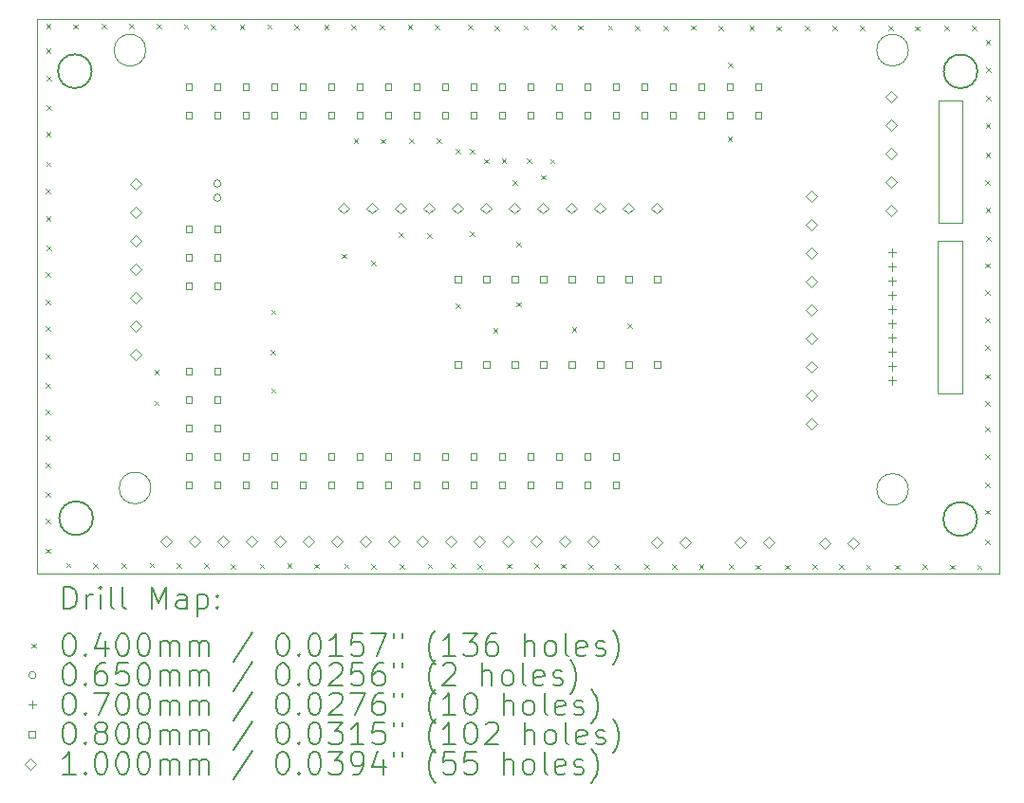
<source format=gbr>
%TF.GenerationSoftware,KiCad,Pcbnew,7.0.1*%
%TF.CreationDate,2023-11-03T16:51:07+00:00*%
%TF.ProjectId,Control_Board,436f6e74-726f-46c5-9f42-6f6172642e6b,rev?*%
%TF.SameCoordinates,Original*%
%TF.FileFunction,Drillmap*%
%TF.FilePolarity,Positive*%
%FSLAX45Y45*%
G04 Gerber Fmt 4.5, Leading zero omitted, Abs format (unit mm)*
G04 Created by KiCad (PCBNEW 7.0.1) date 2023-11-03 16:51:07*
%MOMM*%
%LPD*%
G01*
G04 APERTURE LIST*
%ADD10C,0.200000*%
%ADD11C,0.100000*%
%ADD12C,0.040000*%
%ADD13C,0.065000*%
%ADD14C,0.070000*%
%ADD15C,0.080000*%
G04 APERTURE END LIST*
D10*
X17448541Y-8236000D02*
G75*
G03*
X17448541Y-8236000I-150541J0D01*
G01*
D11*
X17099000Y-8498000D02*
X17317000Y-8498000D01*
X17317000Y-9587000D01*
X17099000Y-9587000D01*
X17099000Y-8498000D01*
X16832500Y-8047000D02*
G75*
G03*
X16832500Y-8047000I-141532J0D01*
G01*
X10029032Y-8047000D02*
G75*
G03*
X10029032Y-8047000I-141532J0D01*
G01*
D10*
X9557541Y-12227000D02*
G75*
G03*
X9557541Y-12227000I-150541J0D01*
G01*
D11*
X17096000Y-9749000D02*
X17314000Y-9749000D01*
X17314000Y-11111000D01*
X17096000Y-11111000D01*
X17096000Y-9749000D01*
D10*
X9546541Y-8235000D02*
G75*
G03*
X9546541Y-8235000I-150541J0D01*
G01*
X17445541Y-12234000D02*
G75*
G03*
X17445541Y-12234000I-150541J0D01*
G01*
D11*
X10075000Y-11957000D02*
G75*
G03*
X10075000Y-11957000I-141532J0D01*
G01*
X16833000Y-11969500D02*
G75*
G03*
X16833000Y-11969500I-141532J0D01*
G01*
X9056000Y-7769500D02*
X17641000Y-7769500D01*
X17641000Y-12719500D01*
X9056000Y-12719500D01*
X9056000Y-7769500D01*
D10*
D12*
X9133000Y-10515000D02*
X9173000Y-10555000D01*
X9173000Y-10515000D02*
X9133000Y-10555000D01*
X9133000Y-11259000D02*
X9173000Y-11299000D01*
X9173000Y-11259000D02*
X9133000Y-11299000D01*
X9134000Y-11488000D02*
X9174000Y-11528000D01*
X9174000Y-11488000D02*
X9134000Y-11528000D01*
X9134000Y-12232000D02*
X9174000Y-12272000D01*
X9174000Y-12232000D02*
X9134000Y-12272000D01*
X9134000Y-12498000D02*
X9174000Y-12538000D01*
X9174000Y-12498000D02*
X9134000Y-12538000D01*
X9136000Y-10273000D02*
X9176000Y-10313000D01*
X9176000Y-10273000D02*
X9136000Y-10313000D01*
X9136000Y-10761000D02*
X9176000Y-10801000D01*
X9176000Y-10761000D02*
X9136000Y-10801000D01*
X9137000Y-9286000D02*
X9177000Y-9326000D01*
X9177000Y-9286000D02*
X9137000Y-9326000D01*
X9137000Y-10030000D02*
X9177000Y-10070000D01*
X9177000Y-10030000D02*
X9137000Y-10070000D01*
X9137000Y-11734000D02*
X9177000Y-11774000D01*
X9177000Y-11734000D02*
X9137000Y-11774000D01*
X9138000Y-11019000D02*
X9178000Y-11059000D01*
X9178000Y-11019000D02*
X9138000Y-11059000D01*
X9139000Y-11992000D02*
X9179000Y-12032000D01*
X9179000Y-11992000D02*
X9139000Y-12032000D01*
X9140000Y-7811000D02*
X9180000Y-7851000D01*
X9180000Y-7811000D02*
X9140000Y-7851000D01*
X9140000Y-8034000D02*
X9180000Y-8074000D01*
X9180000Y-8034000D02*
X9140000Y-8074000D01*
X9140000Y-8778000D02*
X9180000Y-8818000D01*
X9180000Y-8778000D02*
X9140000Y-8818000D01*
X9140000Y-9044000D02*
X9180000Y-9084000D01*
X9180000Y-9044000D02*
X9140000Y-9084000D01*
X9140000Y-9532000D02*
X9180000Y-9572000D01*
X9180000Y-9532000D02*
X9140000Y-9572000D01*
X9142000Y-9790000D02*
X9182000Y-9830000D01*
X9182000Y-9790000D02*
X9142000Y-9830000D01*
X9143000Y-8280000D02*
X9183000Y-8320000D01*
X9183000Y-8280000D02*
X9143000Y-8320000D01*
X9145000Y-8538000D02*
X9185000Y-8578000D01*
X9185000Y-8538000D02*
X9145000Y-8578000D01*
X9318000Y-12626000D02*
X9358000Y-12666000D01*
X9358000Y-12626000D02*
X9318000Y-12666000D01*
X9380000Y-7816000D02*
X9420000Y-7856000D01*
X9420000Y-7816000D02*
X9380000Y-7856000D01*
X9558000Y-12631000D02*
X9598000Y-12671000D01*
X9598000Y-12631000D02*
X9558000Y-12671000D01*
X9638000Y-7814000D02*
X9678000Y-7854000D01*
X9678000Y-7814000D02*
X9638000Y-7854000D01*
X9816000Y-12629000D02*
X9856000Y-12669000D01*
X9856000Y-12629000D02*
X9816000Y-12669000D01*
X9884000Y-7811000D02*
X9924000Y-7851000D01*
X9924000Y-7811000D02*
X9884000Y-7851000D01*
X10062000Y-12626000D02*
X10102000Y-12666000D01*
X10102000Y-12626000D02*
X10062000Y-12666000D01*
X10105000Y-11177000D02*
X10145000Y-11217000D01*
X10145000Y-11177000D02*
X10105000Y-11217000D01*
X10106000Y-10902000D02*
X10146000Y-10942000D01*
X10146000Y-10902000D02*
X10106000Y-10942000D01*
X10126000Y-7814000D02*
X10166000Y-7854000D01*
X10166000Y-7814000D02*
X10126000Y-7854000D01*
X10304000Y-12629000D02*
X10344000Y-12669000D01*
X10344000Y-12629000D02*
X10304000Y-12669000D01*
X10369000Y-7815000D02*
X10409000Y-7855000D01*
X10409000Y-7815000D02*
X10369000Y-7855000D01*
X10547000Y-12630000D02*
X10587000Y-12670000D01*
X10587000Y-12630000D02*
X10547000Y-12670000D01*
X10609000Y-7820000D02*
X10649000Y-7860000D01*
X10649000Y-7820000D02*
X10609000Y-7860000D01*
X10787000Y-12635000D02*
X10827000Y-12675000D01*
X10827000Y-12635000D02*
X10787000Y-12675000D01*
X10867000Y-7818000D02*
X10907000Y-7858000D01*
X10907000Y-7818000D02*
X10867000Y-7858000D01*
X11045000Y-12633000D02*
X11085000Y-12673000D01*
X11085000Y-12633000D02*
X11045000Y-12673000D01*
X11113000Y-7815000D02*
X11153000Y-7855000D01*
X11153000Y-7815000D02*
X11113000Y-7855000D01*
X11145000Y-10725000D02*
X11185000Y-10765000D01*
X11185000Y-10725000D02*
X11145000Y-10765000D01*
X11146000Y-11068000D02*
X11186000Y-11108000D01*
X11186000Y-11068000D02*
X11146000Y-11108000D01*
X11147000Y-10364000D02*
X11187000Y-10404000D01*
X11187000Y-10364000D02*
X11147000Y-10404000D01*
X11291000Y-12630000D02*
X11331000Y-12670000D01*
X11331000Y-12630000D02*
X11291000Y-12670000D01*
X11355000Y-7818000D02*
X11395000Y-7858000D01*
X11395000Y-7818000D02*
X11355000Y-7858000D01*
X11533000Y-12633000D02*
X11573000Y-12673000D01*
X11573000Y-12633000D02*
X11533000Y-12673000D01*
X11621000Y-7818000D02*
X11661000Y-7858000D01*
X11661000Y-7818000D02*
X11621000Y-7858000D01*
X11778000Y-9866000D02*
X11818000Y-9906000D01*
X11818000Y-9866000D02*
X11778000Y-9906000D01*
X11799000Y-12633000D02*
X11839000Y-12673000D01*
X11839000Y-12633000D02*
X11799000Y-12673000D01*
X11861000Y-7823000D02*
X11901000Y-7863000D01*
X11901000Y-7823000D02*
X11861000Y-7863000D01*
X11883000Y-8836000D02*
X11923000Y-8876000D01*
X11923000Y-8836000D02*
X11883000Y-8876000D01*
X12039000Y-12638000D02*
X12079000Y-12678000D01*
X12079000Y-12638000D02*
X12039000Y-12678000D01*
X12040000Y-9926000D02*
X12080000Y-9966000D01*
X12080000Y-9926000D02*
X12040000Y-9966000D01*
X12119000Y-7821000D02*
X12159000Y-7861000D01*
X12159000Y-7821000D02*
X12119000Y-7861000D01*
X12123000Y-8841000D02*
X12163000Y-8881000D01*
X12163000Y-8841000D02*
X12123000Y-8881000D01*
X12285968Y-9671500D02*
X12325968Y-9711500D01*
X12325968Y-9671500D02*
X12285968Y-9711500D01*
X12297000Y-12636000D02*
X12337000Y-12676000D01*
X12337000Y-12636000D02*
X12297000Y-12676000D01*
X12365000Y-7818000D02*
X12405000Y-7858000D01*
X12405000Y-7818000D02*
X12365000Y-7858000D01*
X12381000Y-8839000D02*
X12421000Y-8879000D01*
X12421000Y-8839000D02*
X12381000Y-8879000D01*
X12540968Y-9684000D02*
X12580968Y-9724000D01*
X12580968Y-9684000D02*
X12540968Y-9724000D01*
X12543000Y-12633000D02*
X12583000Y-12673000D01*
X12583000Y-12633000D02*
X12543000Y-12673000D01*
X12607000Y-7821000D02*
X12647000Y-7861000D01*
X12647000Y-7821000D02*
X12607000Y-7861000D01*
X12627000Y-8836000D02*
X12667000Y-8876000D01*
X12667000Y-8836000D02*
X12627000Y-8876000D01*
X12750000Y-12631000D02*
X12790000Y-12671000D01*
X12790000Y-12631000D02*
X12750000Y-12671000D01*
X12795000Y-8932000D02*
X12835000Y-8972000D01*
X12835000Y-8932000D02*
X12795000Y-8972000D01*
X12795000Y-10307000D02*
X12835000Y-10347000D01*
X12835000Y-10307000D02*
X12795000Y-10347000D01*
X12902000Y-7822000D02*
X12942000Y-7862000D01*
X12942000Y-7822000D02*
X12902000Y-7862000D01*
X12919000Y-9667000D02*
X12959000Y-9707000D01*
X12959000Y-9667000D02*
X12919000Y-9707000D01*
X12921000Y-8932000D02*
X12961000Y-8972000D01*
X12961000Y-8932000D02*
X12921000Y-8972000D01*
X12990000Y-12636000D02*
X13030000Y-12676000D01*
X13030000Y-12636000D02*
X12990000Y-12676000D01*
X13048968Y-9019000D02*
X13088968Y-9059000D01*
X13088968Y-9019000D02*
X13048968Y-9059000D01*
X13129000Y-10528000D02*
X13169000Y-10568000D01*
X13169000Y-10528000D02*
X13129000Y-10568000D01*
X13142000Y-7827000D02*
X13182000Y-7867000D01*
X13182000Y-7827000D02*
X13142000Y-7867000D01*
X13204000Y-9012000D02*
X13244000Y-9052000D01*
X13244000Y-9012000D02*
X13204000Y-9052000D01*
X13248000Y-12634000D02*
X13288000Y-12674000D01*
X13288000Y-12634000D02*
X13248000Y-12674000D01*
X13302968Y-9206950D02*
X13342968Y-9246950D01*
X13342968Y-9206950D02*
X13302968Y-9246950D01*
X13337000Y-9760000D02*
X13377000Y-9800000D01*
X13377000Y-9760000D02*
X13337000Y-9800000D01*
X13337000Y-10296000D02*
X13377000Y-10336000D01*
X13377000Y-10296000D02*
X13337000Y-10336000D01*
X13400000Y-7825000D02*
X13440000Y-7865000D01*
X13440000Y-7825000D02*
X13400000Y-7865000D01*
X13429000Y-9012000D02*
X13469000Y-9052000D01*
X13469000Y-9012000D02*
X13429000Y-9052000D01*
X13494000Y-12631000D02*
X13534000Y-12671000D01*
X13534000Y-12631000D02*
X13494000Y-12671000D01*
X13553000Y-9162000D02*
X13593000Y-9202000D01*
X13593000Y-9162000D02*
X13553000Y-9202000D01*
X13637000Y-9019000D02*
X13677000Y-9059000D01*
X13677000Y-9019000D02*
X13637000Y-9059000D01*
X13646000Y-7822000D02*
X13686000Y-7862000D01*
X13686000Y-7822000D02*
X13646000Y-7862000D01*
X13736000Y-12634000D02*
X13776000Y-12674000D01*
X13776000Y-12634000D02*
X13736000Y-12674000D01*
X13830000Y-10522000D02*
X13870000Y-10562000D01*
X13870000Y-10522000D02*
X13830000Y-10562000D01*
X13888000Y-7825000D02*
X13928000Y-7865000D01*
X13928000Y-7825000D02*
X13888000Y-7865000D01*
X13979000Y-12635000D02*
X14019000Y-12675000D01*
X14019000Y-12635000D02*
X13979000Y-12675000D01*
X14152000Y-7824000D02*
X14192000Y-7864000D01*
X14192000Y-7824000D02*
X14152000Y-7864000D01*
X14219000Y-12640000D02*
X14259000Y-12680000D01*
X14259000Y-12640000D02*
X14219000Y-12680000D01*
X14329000Y-10489000D02*
X14369000Y-10529000D01*
X14369000Y-10489000D02*
X14329000Y-10529000D01*
X14392000Y-7829000D02*
X14432000Y-7869000D01*
X14432000Y-7829000D02*
X14392000Y-7869000D01*
X14477000Y-12638000D02*
X14517000Y-12678000D01*
X14517000Y-12638000D02*
X14477000Y-12678000D01*
X14650000Y-7827000D02*
X14690000Y-7867000D01*
X14690000Y-7827000D02*
X14650000Y-7867000D01*
X14723000Y-12635000D02*
X14763000Y-12675000D01*
X14763000Y-12635000D02*
X14723000Y-12675000D01*
X14896000Y-7824000D02*
X14936000Y-7864000D01*
X14936000Y-7824000D02*
X14896000Y-7864000D01*
X14965000Y-12638000D02*
X15005000Y-12678000D01*
X15005000Y-12638000D02*
X14965000Y-12678000D01*
X15138000Y-7827000D02*
X15178000Y-7867000D01*
X15178000Y-7827000D02*
X15138000Y-7867000D01*
X15219468Y-8819532D02*
X15259468Y-8859532D01*
X15259468Y-8819532D02*
X15219468Y-8859532D01*
X15221000Y-8159000D02*
X15261000Y-8199000D01*
X15261000Y-8159000D02*
X15221000Y-8199000D01*
X15231000Y-12638000D02*
X15271000Y-12678000D01*
X15271000Y-12638000D02*
X15231000Y-12678000D01*
X15413000Y-7827000D02*
X15453000Y-7867000D01*
X15453000Y-7827000D02*
X15413000Y-7867000D01*
X15471000Y-12643000D02*
X15511000Y-12683000D01*
X15511000Y-12643000D02*
X15471000Y-12683000D01*
X15653000Y-7832000D02*
X15693000Y-7872000D01*
X15693000Y-7832000D02*
X15653000Y-7872000D01*
X15729000Y-12641000D02*
X15769000Y-12681000D01*
X15769000Y-12641000D02*
X15729000Y-12681000D01*
X15911000Y-7830000D02*
X15951000Y-7870000D01*
X15951000Y-7830000D02*
X15911000Y-7870000D01*
X15975000Y-12638000D02*
X16015000Y-12678000D01*
X16015000Y-12638000D02*
X15975000Y-12678000D01*
X16157000Y-7827000D02*
X16197000Y-7867000D01*
X16197000Y-7827000D02*
X16157000Y-7867000D01*
X16216000Y-12638000D02*
X16256000Y-12678000D01*
X16256000Y-12638000D02*
X16216000Y-12678000D01*
X16399000Y-7830000D02*
X16439000Y-7870000D01*
X16439000Y-7830000D02*
X16399000Y-7870000D01*
X16456000Y-12643000D02*
X16496000Y-12683000D01*
X16496000Y-12643000D02*
X16456000Y-12683000D01*
X16653000Y-7828000D02*
X16693000Y-7868000D01*
X16693000Y-7828000D02*
X16653000Y-7868000D01*
X16714000Y-12641000D02*
X16754000Y-12681000D01*
X16754000Y-12641000D02*
X16714000Y-12681000D01*
X16893000Y-7833000D02*
X16933000Y-7873000D01*
X16933000Y-7833000D02*
X16893000Y-7873000D01*
X16960000Y-12638000D02*
X17000000Y-12678000D01*
X17000000Y-12638000D02*
X16960000Y-12678000D01*
X17151000Y-7831000D02*
X17191000Y-7871000D01*
X17191000Y-7831000D02*
X17151000Y-7871000D01*
X17202000Y-12641000D02*
X17242000Y-12681000D01*
X17242000Y-12641000D02*
X17202000Y-12681000D01*
X17397000Y-7828000D02*
X17437000Y-7868000D01*
X17437000Y-7828000D02*
X17397000Y-7868000D01*
X17445000Y-12642000D02*
X17485000Y-12682000D01*
X17485000Y-12642000D02*
X17445000Y-12682000D01*
X17515000Y-10435000D02*
X17555000Y-10475000D01*
X17555000Y-10435000D02*
X17515000Y-10475000D01*
X17515000Y-11179000D02*
X17555000Y-11219000D01*
X17555000Y-11179000D02*
X17515000Y-11219000D01*
X17516000Y-11408000D02*
X17556000Y-11448000D01*
X17556000Y-11408000D02*
X17516000Y-11448000D01*
X17516000Y-12152000D02*
X17556000Y-12192000D01*
X17556000Y-12152000D02*
X17516000Y-12192000D01*
X17516000Y-12418000D02*
X17556000Y-12458000D01*
X17556000Y-12418000D02*
X17516000Y-12458000D01*
X17518000Y-10193000D02*
X17558000Y-10233000D01*
X17558000Y-10193000D02*
X17518000Y-10233000D01*
X17518000Y-10681000D02*
X17558000Y-10721000D01*
X17558000Y-10681000D02*
X17518000Y-10721000D01*
X17519000Y-9206000D02*
X17559000Y-9246000D01*
X17559000Y-9206000D02*
X17519000Y-9246000D01*
X17519000Y-9950000D02*
X17559000Y-9990000D01*
X17559000Y-9950000D02*
X17519000Y-9990000D01*
X17519000Y-11654000D02*
X17559000Y-11694000D01*
X17559000Y-11654000D02*
X17519000Y-11694000D01*
X17520000Y-10939000D02*
X17560000Y-10979000D01*
X17560000Y-10939000D02*
X17520000Y-10979000D01*
X17521000Y-11912000D02*
X17561000Y-11952000D01*
X17561000Y-11912000D02*
X17521000Y-11952000D01*
X17522000Y-7954000D02*
X17562000Y-7994000D01*
X17562000Y-7954000D02*
X17522000Y-7994000D01*
X17522000Y-8698000D02*
X17562000Y-8738000D01*
X17562000Y-8698000D02*
X17522000Y-8738000D01*
X17522000Y-8964000D02*
X17562000Y-9004000D01*
X17562000Y-8964000D02*
X17522000Y-9004000D01*
X17522000Y-9452000D02*
X17562000Y-9492000D01*
X17562000Y-9452000D02*
X17522000Y-9492000D01*
X17524000Y-9710000D02*
X17564000Y-9750000D01*
X17564000Y-9710000D02*
X17524000Y-9750000D01*
X17525000Y-8200000D02*
X17565000Y-8240000D01*
X17565000Y-8200000D02*
X17525000Y-8240000D01*
X17527000Y-8458000D02*
X17567000Y-8498000D01*
X17567000Y-8458000D02*
X17527000Y-8498000D01*
D13*
X10700000Y-9238000D02*
G75*
G03*
X10700000Y-9238000I-32500J0D01*
G01*
X10700000Y-9365000D02*
G75*
G03*
X10700000Y-9365000I-32500J0D01*
G01*
D14*
X16686000Y-9820000D02*
X16686000Y-9890000D01*
X16651000Y-9855000D02*
X16721000Y-9855000D01*
X16686000Y-9947000D02*
X16686000Y-10017000D01*
X16651000Y-9982000D02*
X16721000Y-9982000D01*
X16686000Y-10074000D02*
X16686000Y-10144000D01*
X16651000Y-10109000D02*
X16721000Y-10109000D01*
X16686000Y-10201000D02*
X16686000Y-10271000D01*
X16651000Y-10236000D02*
X16721000Y-10236000D01*
X16686000Y-10328000D02*
X16686000Y-10398000D01*
X16651000Y-10363000D02*
X16721000Y-10363000D01*
X16686000Y-10455000D02*
X16686000Y-10525000D01*
X16651000Y-10490000D02*
X16721000Y-10490000D01*
X16686000Y-10582000D02*
X16686000Y-10652000D01*
X16651000Y-10617000D02*
X16721000Y-10617000D01*
X16686000Y-10709000D02*
X16686000Y-10779000D01*
X16651000Y-10744000D02*
X16721000Y-10744000D01*
X16686000Y-10836000D02*
X16686000Y-10906000D01*
X16651000Y-10871000D02*
X16721000Y-10871000D01*
X16686000Y-10963000D02*
X16686000Y-11033000D01*
X16651000Y-10998000D02*
X16721000Y-10998000D01*
D15*
X10441753Y-8402285D02*
X10441753Y-8345715D01*
X10385184Y-8345715D01*
X10385184Y-8402285D01*
X10441753Y-8402285D01*
X10441753Y-8656285D02*
X10441753Y-8599716D01*
X10385184Y-8599716D01*
X10385184Y-8656285D01*
X10441753Y-8656285D01*
X10441753Y-9672285D02*
X10441753Y-9615716D01*
X10385184Y-9615716D01*
X10385184Y-9672285D01*
X10441753Y-9672285D01*
X10441753Y-9926285D02*
X10441753Y-9869716D01*
X10385184Y-9869716D01*
X10385184Y-9926285D01*
X10441753Y-9926285D01*
X10441753Y-10180285D02*
X10441753Y-10123716D01*
X10385184Y-10123716D01*
X10385184Y-10180285D01*
X10441753Y-10180285D01*
X10441753Y-10942285D02*
X10441753Y-10885716D01*
X10385184Y-10885716D01*
X10385184Y-10942285D01*
X10441753Y-10942285D01*
X10441753Y-11196284D02*
X10441753Y-11139716D01*
X10385184Y-11139716D01*
X10385184Y-11196284D01*
X10441753Y-11196284D01*
X10441753Y-11450284D02*
X10441753Y-11393715D01*
X10385184Y-11393715D01*
X10385184Y-11450284D01*
X10441753Y-11450284D01*
X10441753Y-11704284D02*
X10441753Y-11647715D01*
X10385184Y-11647715D01*
X10385184Y-11704284D01*
X10441753Y-11704284D01*
X10441753Y-11958284D02*
X10441753Y-11901715D01*
X10385184Y-11901715D01*
X10385184Y-11958284D01*
X10441753Y-11958284D01*
X10695753Y-8402285D02*
X10695753Y-8345715D01*
X10639184Y-8345715D01*
X10639184Y-8402285D01*
X10695753Y-8402285D01*
X10695753Y-8656285D02*
X10695753Y-8599716D01*
X10639184Y-8599716D01*
X10639184Y-8656285D01*
X10695753Y-8656285D01*
X10695753Y-9672285D02*
X10695753Y-9615716D01*
X10639184Y-9615716D01*
X10639184Y-9672285D01*
X10695753Y-9672285D01*
X10695753Y-9926285D02*
X10695753Y-9869716D01*
X10639184Y-9869716D01*
X10639184Y-9926285D01*
X10695753Y-9926285D01*
X10695753Y-10180285D02*
X10695753Y-10123716D01*
X10639184Y-10123716D01*
X10639184Y-10180285D01*
X10695753Y-10180285D01*
X10695753Y-10942285D02*
X10695753Y-10885716D01*
X10639184Y-10885716D01*
X10639184Y-10942285D01*
X10695753Y-10942285D01*
X10695753Y-11196284D02*
X10695753Y-11139716D01*
X10639184Y-11139716D01*
X10639184Y-11196284D01*
X10695753Y-11196284D01*
X10695753Y-11450284D02*
X10695753Y-11393715D01*
X10639184Y-11393715D01*
X10639184Y-11450284D01*
X10695753Y-11450284D01*
X10695753Y-11704284D02*
X10695753Y-11647715D01*
X10639184Y-11647715D01*
X10639184Y-11704284D01*
X10695753Y-11704284D01*
X10695753Y-11958284D02*
X10695753Y-11901715D01*
X10639184Y-11901715D01*
X10639184Y-11958284D01*
X10695753Y-11958284D01*
X10949753Y-8402285D02*
X10949753Y-8345715D01*
X10893184Y-8345715D01*
X10893184Y-8402285D01*
X10949753Y-8402285D01*
X10949753Y-8656285D02*
X10949753Y-8599716D01*
X10893184Y-8599716D01*
X10893184Y-8656285D01*
X10949753Y-8656285D01*
X10949753Y-11704284D02*
X10949753Y-11647715D01*
X10893184Y-11647715D01*
X10893184Y-11704284D01*
X10949753Y-11704284D01*
X10949753Y-11958284D02*
X10949753Y-11901715D01*
X10893184Y-11901715D01*
X10893184Y-11958284D01*
X10949753Y-11958284D01*
X11203753Y-8402285D02*
X11203753Y-8345715D01*
X11147184Y-8345715D01*
X11147184Y-8402285D01*
X11203753Y-8402285D01*
X11203753Y-8656285D02*
X11203753Y-8599716D01*
X11147184Y-8599716D01*
X11147184Y-8656285D01*
X11203753Y-8656285D01*
X11203753Y-11704284D02*
X11203753Y-11647715D01*
X11147184Y-11647715D01*
X11147184Y-11704284D01*
X11203753Y-11704284D01*
X11203753Y-11958284D02*
X11203753Y-11901715D01*
X11147184Y-11901715D01*
X11147184Y-11958284D01*
X11203753Y-11958284D01*
X11457753Y-8402285D02*
X11457753Y-8345715D01*
X11401184Y-8345715D01*
X11401184Y-8402285D01*
X11457753Y-8402285D01*
X11457753Y-8656285D02*
X11457753Y-8599716D01*
X11401184Y-8599716D01*
X11401184Y-8656285D01*
X11457753Y-8656285D01*
X11457753Y-11704284D02*
X11457753Y-11647715D01*
X11401184Y-11647715D01*
X11401184Y-11704284D01*
X11457753Y-11704284D01*
X11457753Y-11958284D02*
X11457753Y-11901715D01*
X11401184Y-11901715D01*
X11401184Y-11958284D01*
X11457753Y-11958284D01*
X11711753Y-8402285D02*
X11711753Y-8345715D01*
X11655184Y-8345715D01*
X11655184Y-8402285D01*
X11711753Y-8402285D01*
X11711753Y-8656285D02*
X11711753Y-8599716D01*
X11655184Y-8599716D01*
X11655184Y-8656285D01*
X11711753Y-8656285D01*
X11711753Y-11704284D02*
X11711753Y-11647715D01*
X11655184Y-11647715D01*
X11655184Y-11704284D01*
X11711753Y-11704284D01*
X11711753Y-11958284D02*
X11711753Y-11901715D01*
X11655184Y-11901715D01*
X11655184Y-11958284D01*
X11711753Y-11958284D01*
X11965753Y-8402285D02*
X11965753Y-8345715D01*
X11909184Y-8345715D01*
X11909184Y-8402285D01*
X11965753Y-8402285D01*
X11965753Y-8656285D02*
X11965753Y-8599716D01*
X11909184Y-8599716D01*
X11909184Y-8656285D01*
X11965753Y-8656285D01*
X11965753Y-11704284D02*
X11965753Y-11647715D01*
X11909184Y-11647715D01*
X11909184Y-11704284D01*
X11965753Y-11704284D01*
X11965753Y-11958284D02*
X11965753Y-11901715D01*
X11909184Y-11901715D01*
X11909184Y-11958284D01*
X11965753Y-11958284D01*
X12219753Y-8402285D02*
X12219753Y-8345715D01*
X12163184Y-8345715D01*
X12163184Y-8402285D01*
X12219753Y-8402285D01*
X12219753Y-8656285D02*
X12219753Y-8599716D01*
X12163184Y-8599716D01*
X12163184Y-8656285D01*
X12219753Y-8656285D01*
X12219753Y-11704284D02*
X12219753Y-11647715D01*
X12163184Y-11647715D01*
X12163184Y-11704284D01*
X12219753Y-11704284D01*
X12219753Y-11958284D02*
X12219753Y-11901715D01*
X12163184Y-11901715D01*
X12163184Y-11958284D01*
X12219753Y-11958284D01*
X12473753Y-8402285D02*
X12473753Y-8345715D01*
X12417184Y-8345715D01*
X12417184Y-8402285D01*
X12473753Y-8402285D01*
X12473753Y-8656285D02*
X12473753Y-8599716D01*
X12417184Y-8599716D01*
X12417184Y-8656285D01*
X12473753Y-8656285D01*
X12473753Y-11704284D02*
X12473753Y-11647715D01*
X12417184Y-11647715D01*
X12417184Y-11704284D01*
X12473753Y-11704284D01*
X12473753Y-11958284D02*
X12473753Y-11901715D01*
X12417184Y-11901715D01*
X12417184Y-11958284D01*
X12473753Y-11958284D01*
X12727753Y-8402285D02*
X12727753Y-8345715D01*
X12671184Y-8345715D01*
X12671184Y-8402285D01*
X12727753Y-8402285D01*
X12727753Y-8656285D02*
X12727753Y-8599716D01*
X12671184Y-8599716D01*
X12671184Y-8656285D01*
X12727753Y-8656285D01*
X12727753Y-11704284D02*
X12727753Y-11647715D01*
X12671184Y-11647715D01*
X12671184Y-11704284D01*
X12727753Y-11704284D01*
X12727753Y-11958284D02*
X12727753Y-11901715D01*
X12671184Y-11901715D01*
X12671184Y-11958284D01*
X12727753Y-11958284D01*
X12841284Y-10118285D02*
X12841284Y-10061716D01*
X12784715Y-10061716D01*
X12784715Y-10118285D01*
X12841284Y-10118285D01*
X12841284Y-10880285D02*
X12841284Y-10823716D01*
X12784715Y-10823716D01*
X12784715Y-10880285D01*
X12841284Y-10880285D01*
X12981753Y-8402285D02*
X12981753Y-8345715D01*
X12925184Y-8345715D01*
X12925184Y-8402285D01*
X12981753Y-8402285D01*
X12981753Y-8656285D02*
X12981753Y-8599716D01*
X12925184Y-8599716D01*
X12925184Y-8656285D01*
X12981753Y-8656285D01*
X12981753Y-11704284D02*
X12981753Y-11647715D01*
X12925184Y-11647715D01*
X12925184Y-11704284D01*
X12981753Y-11704284D01*
X12981753Y-11958284D02*
X12981753Y-11901715D01*
X12925184Y-11901715D01*
X12925184Y-11958284D01*
X12981753Y-11958284D01*
X13095284Y-10118285D02*
X13095284Y-10061716D01*
X13038715Y-10061716D01*
X13038715Y-10118285D01*
X13095284Y-10118285D01*
X13095284Y-10880285D02*
X13095284Y-10823716D01*
X13038715Y-10823716D01*
X13038715Y-10880285D01*
X13095284Y-10880285D01*
X13235753Y-8402285D02*
X13235753Y-8345715D01*
X13179184Y-8345715D01*
X13179184Y-8402285D01*
X13235753Y-8402285D01*
X13235753Y-8656285D02*
X13235753Y-8599716D01*
X13179184Y-8599716D01*
X13179184Y-8656285D01*
X13235753Y-8656285D01*
X13235753Y-11704284D02*
X13235753Y-11647715D01*
X13179184Y-11647715D01*
X13179184Y-11704284D01*
X13235753Y-11704284D01*
X13235753Y-11958284D02*
X13235753Y-11901715D01*
X13179184Y-11901715D01*
X13179184Y-11958284D01*
X13235753Y-11958284D01*
X13349284Y-10118285D02*
X13349284Y-10061716D01*
X13292715Y-10061716D01*
X13292715Y-10118285D01*
X13349284Y-10118285D01*
X13349284Y-10880285D02*
X13349284Y-10823716D01*
X13292715Y-10823716D01*
X13292715Y-10880285D01*
X13349284Y-10880285D01*
X13489753Y-8402285D02*
X13489753Y-8345715D01*
X13433184Y-8345715D01*
X13433184Y-8402285D01*
X13489753Y-8402285D01*
X13489753Y-8656285D02*
X13489753Y-8599716D01*
X13433184Y-8599716D01*
X13433184Y-8656285D01*
X13489753Y-8656285D01*
X13489753Y-11704284D02*
X13489753Y-11647715D01*
X13433184Y-11647715D01*
X13433184Y-11704284D01*
X13489753Y-11704284D01*
X13489753Y-11958284D02*
X13489753Y-11901715D01*
X13433184Y-11901715D01*
X13433184Y-11958284D01*
X13489753Y-11958284D01*
X13603284Y-10118285D02*
X13603284Y-10061716D01*
X13546715Y-10061716D01*
X13546715Y-10118285D01*
X13603284Y-10118285D01*
X13603284Y-10880285D02*
X13603284Y-10823716D01*
X13546715Y-10823716D01*
X13546715Y-10880285D01*
X13603284Y-10880285D01*
X13743753Y-8402285D02*
X13743753Y-8345715D01*
X13687184Y-8345715D01*
X13687184Y-8402285D01*
X13743753Y-8402285D01*
X13743753Y-8656285D02*
X13743753Y-8599716D01*
X13687184Y-8599716D01*
X13687184Y-8656285D01*
X13743753Y-8656285D01*
X13743753Y-11704284D02*
X13743753Y-11647715D01*
X13687184Y-11647715D01*
X13687184Y-11704284D01*
X13743753Y-11704284D01*
X13743753Y-11958284D02*
X13743753Y-11901715D01*
X13687184Y-11901715D01*
X13687184Y-11958284D01*
X13743753Y-11958284D01*
X13857284Y-10118285D02*
X13857284Y-10061716D01*
X13800715Y-10061716D01*
X13800715Y-10118285D01*
X13857284Y-10118285D01*
X13857284Y-10880285D02*
X13857284Y-10823716D01*
X13800715Y-10823716D01*
X13800715Y-10880285D01*
X13857284Y-10880285D01*
X13997753Y-8402285D02*
X13997753Y-8345715D01*
X13941184Y-8345715D01*
X13941184Y-8402285D01*
X13997753Y-8402285D01*
X13997753Y-8656285D02*
X13997753Y-8599716D01*
X13941184Y-8599716D01*
X13941184Y-8656285D01*
X13997753Y-8656285D01*
X13997753Y-11704284D02*
X13997753Y-11647715D01*
X13941184Y-11647715D01*
X13941184Y-11704284D01*
X13997753Y-11704284D01*
X13997753Y-11958284D02*
X13997753Y-11901715D01*
X13941184Y-11901715D01*
X13941184Y-11958284D01*
X13997753Y-11958284D01*
X14111284Y-10118285D02*
X14111284Y-10061716D01*
X14054715Y-10061716D01*
X14054715Y-10118285D01*
X14111284Y-10118285D01*
X14111284Y-10880285D02*
X14111284Y-10823716D01*
X14054715Y-10823716D01*
X14054715Y-10880285D01*
X14111284Y-10880285D01*
X14251753Y-8402285D02*
X14251753Y-8345715D01*
X14195184Y-8345715D01*
X14195184Y-8402285D01*
X14251753Y-8402285D01*
X14251753Y-8656285D02*
X14251753Y-8599716D01*
X14195184Y-8599716D01*
X14195184Y-8656285D01*
X14251753Y-8656285D01*
X14251753Y-11704284D02*
X14251753Y-11647715D01*
X14195184Y-11647715D01*
X14195184Y-11704284D01*
X14251753Y-11704284D01*
X14251753Y-11958284D02*
X14251753Y-11901715D01*
X14195184Y-11901715D01*
X14195184Y-11958284D01*
X14251753Y-11958284D01*
X14365284Y-10118285D02*
X14365284Y-10061716D01*
X14308715Y-10061716D01*
X14308715Y-10118285D01*
X14365284Y-10118285D01*
X14365284Y-10880285D02*
X14365284Y-10823716D01*
X14308715Y-10823716D01*
X14308715Y-10880285D01*
X14365284Y-10880285D01*
X14505753Y-8402285D02*
X14505753Y-8345715D01*
X14449184Y-8345715D01*
X14449184Y-8402285D01*
X14505753Y-8402285D01*
X14505753Y-8656285D02*
X14505753Y-8599716D01*
X14449184Y-8599716D01*
X14449184Y-8656285D01*
X14505753Y-8656285D01*
X14619284Y-10118285D02*
X14619284Y-10061716D01*
X14562715Y-10061716D01*
X14562715Y-10118285D01*
X14619284Y-10118285D01*
X14619284Y-10880285D02*
X14619284Y-10823716D01*
X14562715Y-10823716D01*
X14562715Y-10880285D01*
X14619284Y-10880285D01*
X14759753Y-8402285D02*
X14759753Y-8345715D01*
X14703184Y-8345715D01*
X14703184Y-8402285D01*
X14759753Y-8402285D01*
X14759753Y-8656285D02*
X14759753Y-8599716D01*
X14703184Y-8599716D01*
X14703184Y-8656285D01*
X14759753Y-8656285D01*
X15013753Y-8402285D02*
X15013753Y-8345715D01*
X14957184Y-8345715D01*
X14957184Y-8402285D01*
X15013753Y-8402285D01*
X15013753Y-8656285D02*
X15013753Y-8599716D01*
X14957184Y-8599716D01*
X14957184Y-8656285D01*
X15013753Y-8656285D01*
X15267753Y-8402285D02*
X15267753Y-8345715D01*
X15211184Y-8345715D01*
X15211184Y-8402285D01*
X15267753Y-8402285D01*
X15267753Y-8656285D02*
X15267753Y-8599716D01*
X15211184Y-8599716D01*
X15211184Y-8656285D01*
X15267753Y-8656285D01*
X15521753Y-8402285D02*
X15521753Y-8345715D01*
X15465184Y-8345715D01*
X15465184Y-8402285D01*
X15521753Y-8402285D01*
X15521753Y-8656285D02*
X15521753Y-8599716D01*
X15465184Y-8599716D01*
X15465184Y-8656285D01*
X15521753Y-8656285D01*
D11*
X9938468Y-9289500D02*
X9988468Y-9239500D01*
X9938468Y-9189500D01*
X9888468Y-9239500D01*
X9938468Y-9289500D01*
X9938468Y-9543500D02*
X9988468Y-9493500D01*
X9938468Y-9443500D01*
X9888468Y-9493500D01*
X9938468Y-9543500D01*
X9938468Y-9797500D02*
X9988468Y-9747500D01*
X9938468Y-9697500D01*
X9888468Y-9747500D01*
X9938468Y-9797500D01*
X9938468Y-10051500D02*
X9988468Y-10001500D01*
X9938468Y-9951500D01*
X9888468Y-10001500D01*
X9938468Y-10051500D01*
X9938468Y-10305500D02*
X9988468Y-10255500D01*
X9938468Y-10205500D01*
X9888468Y-10255500D01*
X9938468Y-10305500D01*
X9938468Y-10559500D02*
X9988468Y-10509500D01*
X9938468Y-10459500D01*
X9888468Y-10509500D01*
X9938468Y-10559500D01*
X9938468Y-10813500D02*
X9988468Y-10763500D01*
X9938468Y-10713500D01*
X9888468Y-10763500D01*
X9938468Y-10813500D01*
X10208000Y-12484000D02*
X10258000Y-12434000D01*
X10208000Y-12384000D01*
X10158000Y-12434000D01*
X10208000Y-12484000D01*
X10462000Y-12484000D02*
X10512000Y-12434000D01*
X10462000Y-12384000D01*
X10412000Y-12434000D01*
X10462000Y-12484000D01*
X10716000Y-12484000D02*
X10766000Y-12434000D01*
X10716000Y-12384000D01*
X10666000Y-12434000D01*
X10716000Y-12484000D01*
X10970000Y-12484000D02*
X11020000Y-12434000D01*
X10970000Y-12384000D01*
X10920000Y-12434000D01*
X10970000Y-12484000D01*
X11224000Y-12484000D02*
X11274000Y-12434000D01*
X11224000Y-12384000D01*
X11174000Y-12434000D01*
X11224000Y-12484000D01*
X11478000Y-12484000D02*
X11528000Y-12434000D01*
X11478000Y-12384000D01*
X11428000Y-12434000D01*
X11478000Y-12484000D01*
X11732000Y-12484000D02*
X11782000Y-12434000D01*
X11732000Y-12384000D01*
X11682000Y-12434000D01*
X11732000Y-12484000D01*
X11795000Y-9507500D02*
X11845000Y-9457500D01*
X11795000Y-9407500D01*
X11745000Y-9457500D01*
X11795000Y-9507500D01*
X11986000Y-12484000D02*
X12036000Y-12434000D01*
X11986000Y-12384000D01*
X11936000Y-12434000D01*
X11986000Y-12484000D01*
X12049000Y-9507500D02*
X12099000Y-9457500D01*
X12049000Y-9407500D01*
X11999000Y-9457500D01*
X12049000Y-9507500D01*
X12240000Y-12484000D02*
X12290000Y-12434000D01*
X12240000Y-12384000D01*
X12190000Y-12434000D01*
X12240000Y-12484000D01*
X12303000Y-9507500D02*
X12353000Y-9457500D01*
X12303000Y-9407500D01*
X12253000Y-9457500D01*
X12303000Y-9507500D01*
X12494000Y-12484000D02*
X12544000Y-12434000D01*
X12494000Y-12384000D01*
X12444000Y-12434000D01*
X12494000Y-12484000D01*
X12557000Y-9507500D02*
X12607000Y-9457500D01*
X12557000Y-9407500D01*
X12507000Y-9457500D01*
X12557000Y-9507500D01*
X12748000Y-12484000D02*
X12798000Y-12434000D01*
X12748000Y-12384000D01*
X12698000Y-12434000D01*
X12748000Y-12484000D01*
X12811000Y-9507500D02*
X12861000Y-9457500D01*
X12811000Y-9407500D01*
X12761000Y-9457500D01*
X12811000Y-9507500D01*
X13002000Y-12484000D02*
X13052000Y-12434000D01*
X13002000Y-12384000D01*
X12952000Y-12434000D01*
X13002000Y-12484000D01*
X13065000Y-9507500D02*
X13115000Y-9457500D01*
X13065000Y-9407500D01*
X13015000Y-9457500D01*
X13065000Y-9507500D01*
X13256000Y-12484000D02*
X13306000Y-12434000D01*
X13256000Y-12384000D01*
X13206000Y-12434000D01*
X13256000Y-12484000D01*
X13319000Y-9507500D02*
X13369000Y-9457500D01*
X13319000Y-9407500D01*
X13269000Y-9457500D01*
X13319000Y-9507500D01*
X13510000Y-12484000D02*
X13560000Y-12434000D01*
X13510000Y-12384000D01*
X13460000Y-12434000D01*
X13510000Y-12484000D01*
X13573000Y-9507500D02*
X13623000Y-9457500D01*
X13573000Y-9407500D01*
X13523000Y-9457500D01*
X13573000Y-9507500D01*
X13764000Y-12484000D02*
X13814000Y-12434000D01*
X13764000Y-12384000D01*
X13714000Y-12434000D01*
X13764000Y-12484000D01*
X13827000Y-9507500D02*
X13877000Y-9457500D01*
X13827000Y-9407500D01*
X13777000Y-9457500D01*
X13827000Y-9507500D01*
X14018000Y-12484000D02*
X14068000Y-12434000D01*
X14018000Y-12384000D01*
X13968000Y-12434000D01*
X14018000Y-12484000D01*
X14081000Y-9507500D02*
X14131000Y-9457500D01*
X14081000Y-9407500D01*
X14031000Y-9457500D01*
X14081000Y-9507500D01*
X14335000Y-9507500D02*
X14385000Y-9457500D01*
X14335000Y-9407500D01*
X14285000Y-9457500D01*
X14335000Y-9507500D01*
X14586000Y-12491000D02*
X14636000Y-12441000D01*
X14586000Y-12391000D01*
X14536000Y-12441000D01*
X14586000Y-12491000D01*
X14589000Y-9507500D02*
X14639000Y-9457500D01*
X14589000Y-9407500D01*
X14539000Y-9457500D01*
X14589000Y-9507500D01*
X14840000Y-12491000D02*
X14890000Y-12441000D01*
X14840000Y-12391000D01*
X14790000Y-12441000D01*
X14840000Y-12491000D01*
X15334000Y-12495000D02*
X15384000Y-12445000D01*
X15334000Y-12395000D01*
X15284000Y-12445000D01*
X15334000Y-12495000D01*
X15588000Y-12495000D02*
X15638000Y-12445000D01*
X15588000Y-12395000D01*
X15538000Y-12445000D01*
X15588000Y-12495000D01*
X15969000Y-9404000D02*
X16019000Y-9354000D01*
X15969000Y-9304000D01*
X15919000Y-9354000D01*
X15969000Y-9404000D01*
X15969000Y-9658000D02*
X16019000Y-9608000D01*
X15969000Y-9558000D01*
X15919000Y-9608000D01*
X15969000Y-9658000D01*
X15969000Y-9912000D02*
X16019000Y-9862000D01*
X15969000Y-9812000D01*
X15919000Y-9862000D01*
X15969000Y-9912000D01*
X15969000Y-10166000D02*
X16019000Y-10116000D01*
X15969000Y-10066000D01*
X15919000Y-10116000D01*
X15969000Y-10166000D01*
X15969000Y-10420000D02*
X16019000Y-10370000D01*
X15969000Y-10320000D01*
X15919000Y-10370000D01*
X15969000Y-10420000D01*
X15969000Y-10674000D02*
X16019000Y-10624000D01*
X15969000Y-10574000D01*
X15919000Y-10624000D01*
X15969000Y-10674000D01*
X15969000Y-10928000D02*
X16019000Y-10878000D01*
X15969000Y-10828000D01*
X15919000Y-10878000D01*
X15969000Y-10928000D01*
X15969000Y-11182000D02*
X16019000Y-11132000D01*
X15969000Y-11082000D01*
X15919000Y-11132000D01*
X15969000Y-11182000D01*
X15969000Y-11436000D02*
X16019000Y-11386000D01*
X15969000Y-11336000D01*
X15919000Y-11386000D01*
X15969000Y-11436000D01*
X16087500Y-12500000D02*
X16137500Y-12450000D01*
X16087500Y-12400000D01*
X16037500Y-12450000D01*
X16087500Y-12500000D01*
X16341500Y-12500000D02*
X16391500Y-12450000D01*
X16341500Y-12400000D01*
X16291500Y-12450000D01*
X16341500Y-12500000D01*
X16680000Y-8515000D02*
X16730000Y-8465000D01*
X16680000Y-8415000D01*
X16630000Y-8465000D01*
X16680000Y-8515000D01*
X16680000Y-8769000D02*
X16730000Y-8719000D01*
X16680000Y-8669000D01*
X16630000Y-8719000D01*
X16680000Y-8769000D01*
X16680000Y-9023000D02*
X16730000Y-8973000D01*
X16680000Y-8923000D01*
X16630000Y-8973000D01*
X16680000Y-9023000D01*
X16680000Y-9277000D02*
X16730000Y-9227000D01*
X16680000Y-9177000D01*
X16630000Y-9227000D01*
X16680000Y-9277000D01*
X16680000Y-9531000D02*
X16730000Y-9481000D01*
X16680000Y-9431000D01*
X16630000Y-9481000D01*
X16680000Y-9531000D01*
D10*
X9298619Y-13037024D02*
X9298619Y-12837024D01*
X9298619Y-12837024D02*
X9346238Y-12837024D01*
X9346238Y-12837024D02*
X9374810Y-12846548D01*
X9374810Y-12846548D02*
X9393857Y-12865595D01*
X9393857Y-12865595D02*
X9403381Y-12884643D01*
X9403381Y-12884643D02*
X9412905Y-12922738D01*
X9412905Y-12922738D02*
X9412905Y-12951309D01*
X9412905Y-12951309D02*
X9403381Y-12989405D01*
X9403381Y-12989405D02*
X9393857Y-13008452D01*
X9393857Y-13008452D02*
X9374810Y-13027500D01*
X9374810Y-13027500D02*
X9346238Y-13037024D01*
X9346238Y-13037024D02*
X9298619Y-13037024D01*
X9498619Y-13037024D02*
X9498619Y-12903690D01*
X9498619Y-12941786D02*
X9508143Y-12922738D01*
X9508143Y-12922738D02*
X9517667Y-12913214D01*
X9517667Y-12913214D02*
X9536714Y-12903690D01*
X9536714Y-12903690D02*
X9555762Y-12903690D01*
X9622429Y-13037024D02*
X9622429Y-12903690D01*
X9622429Y-12837024D02*
X9612905Y-12846548D01*
X9612905Y-12846548D02*
X9622429Y-12856071D01*
X9622429Y-12856071D02*
X9631952Y-12846548D01*
X9631952Y-12846548D02*
X9622429Y-12837024D01*
X9622429Y-12837024D02*
X9622429Y-12856071D01*
X9746238Y-13037024D02*
X9727190Y-13027500D01*
X9727190Y-13027500D02*
X9717667Y-13008452D01*
X9717667Y-13008452D02*
X9717667Y-12837024D01*
X9851000Y-13037024D02*
X9831952Y-13027500D01*
X9831952Y-13027500D02*
X9822429Y-13008452D01*
X9822429Y-13008452D02*
X9822429Y-12837024D01*
X10079571Y-13037024D02*
X10079571Y-12837024D01*
X10079571Y-12837024D02*
X10146238Y-12979881D01*
X10146238Y-12979881D02*
X10212905Y-12837024D01*
X10212905Y-12837024D02*
X10212905Y-13037024D01*
X10393857Y-13037024D02*
X10393857Y-12932262D01*
X10393857Y-12932262D02*
X10384333Y-12913214D01*
X10384333Y-12913214D02*
X10365286Y-12903690D01*
X10365286Y-12903690D02*
X10327190Y-12903690D01*
X10327190Y-12903690D02*
X10308143Y-12913214D01*
X10393857Y-13027500D02*
X10374810Y-13037024D01*
X10374810Y-13037024D02*
X10327190Y-13037024D01*
X10327190Y-13037024D02*
X10308143Y-13027500D01*
X10308143Y-13027500D02*
X10298619Y-13008452D01*
X10298619Y-13008452D02*
X10298619Y-12989405D01*
X10298619Y-12989405D02*
X10308143Y-12970357D01*
X10308143Y-12970357D02*
X10327190Y-12960833D01*
X10327190Y-12960833D02*
X10374810Y-12960833D01*
X10374810Y-12960833D02*
X10393857Y-12951309D01*
X10489095Y-12903690D02*
X10489095Y-13103690D01*
X10489095Y-12913214D02*
X10508143Y-12903690D01*
X10508143Y-12903690D02*
X10546238Y-12903690D01*
X10546238Y-12903690D02*
X10565286Y-12913214D01*
X10565286Y-12913214D02*
X10574810Y-12922738D01*
X10574810Y-12922738D02*
X10584333Y-12941786D01*
X10584333Y-12941786D02*
X10584333Y-12998928D01*
X10584333Y-12998928D02*
X10574810Y-13017976D01*
X10574810Y-13017976D02*
X10565286Y-13027500D01*
X10565286Y-13027500D02*
X10546238Y-13037024D01*
X10546238Y-13037024D02*
X10508143Y-13037024D01*
X10508143Y-13037024D02*
X10489095Y-13027500D01*
X10670048Y-13017976D02*
X10679571Y-13027500D01*
X10679571Y-13027500D02*
X10670048Y-13037024D01*
X10670048Y-13037024D02*
X10660524Y-13027500D01*
X10660524Y-13027500D02*
X10670048Y-13017976D01*
X10670048Y-13017976D02*
X10670048Y-13037024D01*
X10670048Y-12913214D02*
X10679571Y-12922738D01*
X10679571Y-12922738D02*
X10670048Y-12932262D01*
X10670048Y-12932262D02*
X10660524Y-12922738D01*
X10660524Y-12922738D02*
X10670048Y-12913214D01*
X10670048Y-12913214D02*
X10670048Y-12932262D01*
D12*
X9011000Y-13344500D02*
X9051000Y-13384500D01*
X9051000Y-13344500D02*
X9011000Y-13384500D01*
D10*
X9336714Y-13257024D02*
X9355762Y-13257024D01*
X9355762Y-13257024D02*
X9374810Y-13266548D01*
X9374810Y-13266548D02*
X9384333Y-13276071D01*
X9384333Y-13276071D02*
X9393857Y-13295119D01*
X9393857Y-13295119D02*
X9403381Y-13333214D01*
X9403381Y-13333214D02*
X9403381Y-13380833D01*
X9403381Y-13380833D02*
X9393857Y-13418928D01*
X9393857Y-13418928D02*
X9384333Y-13437976D01*
X9384333Y-13437976D02*
X9374810Y-13447500D01*
X9374810Y-13447500D02*
X9355762Y-13457024D01*
X9355762Y-13457024D02*
X9336714Y-13457024D01*
X9336714Y-13457024D02*
X9317667Y-13447500D01*
X9317667Y-13447500D02*
X9308143Y-13437976D01*
X9308143Y-13437976D02*
X9298619Y-13418928D01*
X9298619Y-13418928D02*
X9289095Y-13380833D01*
X9289095Y-13380833D02*
X9289095Y-13333214D01*
X9289095Y-13333214D02*
X9298619Y-13295119D01*
X9298619Y-13295119D02*
X9308143Y-13276071D01*
X9308143Y-13276071D02*
X9317667Y-13266548D01*
X9317667Y-13266548D02*
X9336714Y-13257024D01*
X9489095Y-13437976D02*
X9498619Y-13447500D01*
X9498619Y-13447500D02*
X9489095Y-13457024D01*
X9489095Y-13457024D02*
X9479571Y-13447500D01*
X9479571Y-13447500D02*
X9489095Y-13437976D01*
X9489095Y-13437976D02*
X9489095Y-13457024D01*
X9670048Y-13323690D02*
X9670048Y-13457024D01*
X9622429Y-13247500D02*
X9574810Y-13390357D01*
X9574810Y-13390357D02*
X9698619Y-13390357D01*
X9812905Y-13257024D02*
X9831952Y-13257024D01*
X9831952Y-13257024D02*
X9851000Y-13266548D01*
X9851000Y-13266548D02*
X9860524Y-13276071D01*
X9860524Y-13276071D02*
X9870048Y-13295119D01*
X9870048Y-13295119D02*
X9879571Y-13333214D01*
X9879571Y-13333214D02*
X9879571Y-13380833D01*
X9879571Y-13380833D02*
X9870048Y-13418928D01*
X9870048Y-13418928D02*
X9860524Y-13437976D01*
X9860524Y-13437976D02*
X9851000Y-13447500D01*
X9851000Y-13447500D02*
X9831952Y-13457024D01*
X9831952Y-13457024D02*
X9812905Y-13457024D01*
X9812905Y-13457024D02*
X9793857Y-13447500D01*
X9793857Y-13447500D02*
X9784333Y-13437976D01*
X9784333Y-13437976D02*
X9774810Y-13418928D01*
X9774810Y-13418928D02*
X9765286Y-13380833D01*
X9765286Y-13380833D02*
X9765286Y-13333214D01*
X9765286Y-13333214D02*
X9774810Y-13295119D01*
X9774810Y-13295119D02*
X9784333Y-13276071D01*
X9784333Y-13276071D02*
X9793857Y-13266548D01*
X9793857Y-13266548D02*
X9812905Y-13257024D01*
X10003381Y-13257024D02*
X10022429Y-13257024D01*
X10022429Y-13257024D02*
X10041476Y-13266548D01*
X10041476Y-13266548D02*
X10051000Y-13276071D01*
X10051000Y-13276071D02*
X10060524Y-13295119D01*
X10060524Y-13295119D02*
X10070048Y-13333214D01*
X10070048Y-13333214D02*
X10070048Y-13380833D01*
X10070048Y-13380833D02*
X10060524Y-13418928D01*
X10060524Y-13418928D02*
X10051000Y-13437976D01*
X10051000Y-13437976D02*
X10041476Y-13447500D01*
X10041476Y-13447500D02*
X10022429Y-13457024D01*
X10022429Y-13457024D02*
X10003381Y-13457024D01*
X10003381Y-13457024D02*
X9984333Y-13447500D01*
X9984333Y-13447500D02*
X9974810Y-13437976D01*
X9974810Y-13437976D02*
X9965286Y-13418928D01*
X9965286Y-13418928D02*
X9955762Y-13380833D01*
X9955762Y-13380833D02*
X9955762Y-13333214D01*
X9955762Y-13333214D02*
X9965286Y-13295119D01*
X9965286Y-13295119D02*
X9974810Y-13276071D01*
X9974810Y-13276071D02*
X9984333Y-13266548D01*
X9984333Y-13266548D02*
X10003381Y-13257024D01*
X10155762Y-13457024D02*
X10155762Y-13323690D01*
X10155762Y-13342738D02*
X10165286Y-13333214D01*
X10165286Y-13333214D02*
X10184333Y-13323690D01*
X10184333Y-13323690D02*
X10212905Y-13323690D01*
X10212905Y-13323690D02*
X10231952Y-13333214D01*
X10231952Y-13333214D02*
X10241476Y-13352262D01*
X10241476Y-13352262D02*
X10241476Y-13457024D01*
X10241476Y-13352262D02*
X10251000Y-13333214D01*
X10251000Y-13333214D02*
X10270048Y-13323690D01*
X10270048Y-13323690D02*
X10298619Y-13323690D01*
X10298619Y-13323690D02*
X10317667Y-13333214D01*
X10317667Y-13333214D02*
X10327191Y-13352262D01*
X10327191Y-13352262D02*
X10327191Y-13457024D01*
X10422429Y-13457024D02*
X10422429Y-13323690D01*
X10422429Y-13342738D02*
X10431952Y-13333214D01*
X10431952Y-13333214D02*
X10451000Y-13323690D01*
X10451000Y-13323690D02*
X10479572Y-13323690D01*
X10479572Y-13323690D02*
X10498619Y-13333214D01*
X10498619Y-13333214D02*
X10508143Y-13352262D01*
X10508143Y-13352262D02*
X10508143Y-13457024D01*
X10508143Y-13352262D02*
X10517667Y-13333214D01*
X10517667Y-13333214D02*
X10536714Y-13323690D01*
X10536714Y-13323690D02*
X10565286Y-13323690D01*
X10565286Y-13323690D02*
X10584333Y-13333214D01*
X10584333Y-13333214D02*
X10593857Y-13352262D01*
X10593857Y-13352262D02*
X10593857Y-13457024D01*
X10984333Y-13247500D02*
X10812905Y-13504643D01*
X11241476Y-13257024D02*
X11260524Y-13257024D01*
X11260524Y-13257024D02*
X11279572Y-13266548D01*
X11279572Y-13266548D02*
X11289095Y-13276071D01*
X11289095Y-13276071D02*
X11298619Y-13295119D01*
X11298619Y-13295119D02*
X11308143Y-13333214D01*
X11308143Y-13333214D02*
X11308143Y-13380833D01*
X11308143Y-13380833D02*
X11298619Y-13418928D01*
X11298619Y-13418928D02*
X11289095Y-13437976D01*
X11289095Y-13437976D02*
X11279572Y-13447500D01*
X11279572Y-13447500D02*
X11260524Y-13457024D01*
X11260524Y-13457024D02*
X11241476Y-13457024D01*
X11241476Y-13457024D02*
X11222429Y-13447500D01*
X11222429Y-13447500D02*
X11212905Y-13437976D01*
X11212905Y-13437976D02*
X11203381Y-13418928D01*
X11203381Y-13418928D02*
X11193857Y-13380833D01*
X11193857Y-13380833D02*
X11193857Y-13333214D01*
X11193857Y-13333214D02*
X11203381Y-13295119D01*
X11203381Y-13295119D02*
X11212905Y-13276071D01*
X11212905Y-13276071D02*
X11222429Y-13266548D01*
X11222429Y-13266548D02*
X11241476Y-13257024D01*
X11393857Y-13437976D02*
X11403381Y-13447500D01*
X11403381Y-13447500D02*
X11393857Y-13457024D01*
X11393857Y-13457024D02*
X11384333Y-13447500D01*
X11384333Y-13447500D02*
X11393857Y-13437976D01*
X11393857Y-13437976D02*
X11393857Y-13457024D01*
X11527191Y-13257024D02*
X11546238Y-13257024D01*
X11546238Y-13257024D02*
X11565286Y-13266548D01*
X11565286Y-13266548D02*
X11574810Y-13276071D01*
X11574810Y-13276071D02*
X11584333Y-13295119D01*
X11584333Y-13295119D02*
X11593857Y-13333214D01*
X11593857Y-13333214D02*
X11593857Y-13380833D01*
X11593857Y-13380833D02*
X11584333Y-13418928D01*
X11584333Y-13418928D02*
X11574810Y-13437976D01*
X11574810Y-13437976D02*
X11565286Y-13447500D01*
X11565286Y-13447500D02*
X11546238Y-13457024D01*
X11546238Y-13457024D02*
X11527191Y-13457024D01*
X11527191Y-13457024D02*
X11508143Y-13447500D01*
X11508143Y-13447500D02*
X11498619Y-13437976D01*
X11498619Y-13437976D02*
X11489095Y-13418928D01*
X11489095Y-13418928D02*
X11479572Y-13380833D01*
X11479572Y-13380833D02*
X11479572Y-13333214D01*
X11479572Y-13333214D02*
X11489095Y-13295119D01*
X11489095Y-13295119D02*
X11498619Y-13276071D01*
X11498619Y-13276071D02*
X11508143Y-13266548D01*
X11508143Y-13266548D02*
X11527191Y-13257024D01*
X11784333Y-13457024D02*
X11670048Y-13457024D01*
X11727191Y-13457024D02*
X11727191Y-13257024D01*
X11727191Y-13257024D02*
X11708143Y-13285595D01*
X11708143Y-13285595D02*
X11689095Y-13304643D01*
X11689095Y-13304643D02*
X11670048Y-13314167D01*
X11965286Y-13257024D02*
X11870048Y-13257024D01*
X11870048Y-13257024D02*
X11860524Y-13352262D01*
X11860524Y-13352262D02*
X11870048Y-13342738D01*
X11870048Y-13342738D02*
X11889095Y-13333214D01*
X11889095Y-13333214D02*
X11936714Y-13333214D01*
X11936714Y-13333214D02*
X11955762Y-13342738D01*
X11955762Y-13342738D02*
X11965286Y-13352262D01*
X11965286Y-13352262D02*
X11974810Y-13371309D01*
X11974810Y-13371309D02*
X11974810Y-13418928D01*
X11974810Y-13418928D02*
X11965286Y-13437976D01*
X11965286Y-13437976D02*
X11955762Y-13447500D01*
X11955762Y-13447500D02*
X11936714Y-13457024D01*
X11936714Y-13457024D02*
X11889095Y-13457024D01*
X11889095Y-13457024D02*
X11870048Y-13447500D01*
X11870048Y-13447500D02*
X11860524Y-13437976D01*
X12041476Y-13257024D02*
X12174810Y-13257024D01*
X12174810Y-13257024D02*
X12089095Y-13457024D01*
X12241476Y-13257024D02*
X12241476Y-13295119D01*
X12317667Y-13257024D02*
X12317667Y-13295119D01*
X12612905Y-13533214D02*
X12603381Y-13523690D01*
X12603381Y-13523690D02*
X12584334Y-13495119D01*
X12584334Y-13495119D02*
X12574810Y-13476071D01*
X12574810Y-13476071D02*
X12565286Y-13447500D01*
X12565286Y-13447500D02*
X12555762Y-13399881D01*
X12555762Y-13399881D02*
X12555762Y-13361786D01*
X12555762Y-13361786D02*
X12565286Y-13314167D01*
X12565286Y-13314167D02*
X12574810Y-13285595D01*
X12574810Y-13285595D02*
X12584334Y-13266548D01*
X12584334Y-13266548D02*
X12603381Y-13237976D01*
X12603381Y-13237976D02*
X12612905Y-13228452D01*
X12793857Y-13457024D02*
X12679572Y-13457024D01*
X12736714Y-13457024D02*
X12736714Y-13257024D01*
X12736714Y-13257024D02*
X12717667Y-13285595D01*
X12717667Y-13285595D02*
X12698619Y-13304643D01*
X12698619Y-13304643D02*
X12679572Y-13314167D01*
X12860524Y-13257024D02*
X12984334Y-13257024D01*
X12984334Y-13257024D02*
X12917667Y-13333214D01*
X12917667Y-13333214D02*
X12946238Y-13333214D01*
X12946238Y-13333214D02*
X12965286Y-13342738D01*
X12965286Y-13342738D02*
X12974810Y-13352262D01*
X12974810Y-13352262D02*
X12984334Y-13371309D01*
X12984334Y-13371309D02*
X12984334Y-13418928D01*
X12984334Y-13418928D02*
X12974810Y-13437976D01*
X12974810Y-13437976D02*
X12965286Y-13447500D01*
X12965286Y-13447500D02*
X12946238Y-13457024D01*
X12946238Y-13457024D02*
X12889095Y-13457024D01*
X12889095Y-13457024D02*
X12870048Y-13447500D01*
X12870048Y-13447500D02*
X12860524Y-13437976D01*
X13155762Y-13257024D02*
X13117667Y-13257024D01*
X13117667Y-13257024D02*
X13098619Y-13266548D01*
X13098619Y-13266548D02*
X13089095Y-13276071D01*
X13089095Y-13276071D02*
X13070048Y-13304643D01*
X13070048Y-13304643D02*
X13060524Y-13342738D01*
X13060524Y-13342738D02*
X13060524Y-13418928D01*
X13060524Y-13418928D02*
X13070048Y-13437976D01*
X13070048Y-13437976D02*
X13079572Y-13447500D01*
X13079572Y-13447500D02*
X13098619Y-13457024D01*
X13098619Y-13457024D02*
X13136715Y-13457024D01*
X13136715Y-13457024D02*
X13155762Y-13447500D01*
X13155762Y-13447500D02*
X13165286Y-13437976D01*
X13165286Y-13437976D02*
X13174810Y-13418928D01*
X13174810Y-13418928D02*
X13174810Y-13371309D01*
X13174810Y-13371309D02*
X13165286Y-13352262D01*
X13165286Y-13352262D02*
X13155762Y-13342738D01*
X13155762Y-13342738D02*
X13136715Y-13333214D01*
X13136715Y-13333214D02*
X13098619Y-13333214D01*
X13098619Y-13333214D02*
X13079572Y-13342738D01*
X13079572Y-13342738D02*
X13070048Y-13352262D01*
X13070048Y-13352262D02*
X13060524Y-13371309D01*
X13412905Y-13457024D02*
X13412905Y-13257024D01*
X13498619Y-13457024D02*
X13498619Y-13352262D01*
X13498619Y-13352262D02*
X13489096Y-13333214D01*
X13489096Y-13333214D02*
X13470048Y-13323690D01*
X13470048Y-13323690D02*
X13441476Y-13323690D01*
X13441476Y-13323690D02*
X13422429Y-13333214D01*
X13422429Y-13333214D02*
X13412905Y-13342738D01*
X13622429Y-13457024D02*
X13603381Y-13447500D01*
X13603381Y-13447500D02*
X13593857Y-13437976D01*
X13593857Y-13437976D02*
X13584334Y-13418928D01*
X13584334Y-13418928D02*
X13584334Y-13361786D01*
X13584334Y-13361786D02*
X13593857Y-13342738D01*
X13593857Y-13342738D02*
X13603381Y-13333214D01*
X13603381Y-13333214D02*
X13622429Y-13323690D01*
X13622429Y-13323690D02*
X13651000Y-13323690D01*
X13651000Y-13323690D02*
X13670048Y-13333214D01*
X13670048Y-13333214D02*
X13679572Y-13342738D01*
X13679572Y-13342738D02*
X13689096Y-13361786D01*
X13689096Y-13361786D02*
X13689096Y-13418928D01*
X13689096Y-13418928D02*
X13679572Y-13437976D01*
X13679572Y-13437976D02*
X13670048Y-13447500D01*
X13670048Y-13447500D02*
X13651000Y-13457024D01*
X13651000Y-13457024D02*
X13622429Y-13457024D01*
X13803381Y-13457024D02*
X13784334Y-13447500D01*
X13784334Y-13447500D02*
X13774810Y-13428452D01*
X13774810Y-13428452D02*
X13774810Y-13257024D01*
X13955762Y-13447500D02*
X13936715Y-13457024D01*
X13936715Y-13457024D02*
X13898619Y-13457024D01*
X13898619Y-13457024D02*
X13879572Y-13447500D01*
X13879572Y-13447500D02*
X13870048Y-13428452D01*
X13870048Y-13428452D02*
X13870048Y-13352262D01*
X13870048Y-13352262D02*
X13879572Y-13333214D01*
X13879572Y-13333214D02*
X13898619Y-13323690D01*
X13898619Y-13323690D02*
X13936715Y-13323690D01*
X13936715Y-13323690D02*
X13955762Y-13333214D01*
X13955762Y-13333214D02*
X13965286Y-13352262D01*
X13965286Y-13352262D02*
X13965286Y-13371309D01*
X13965286Y-13371309D02*
X13870048Y-13390357D01*
X14041477Y-13447500D02*
X14060524Y-13457024D01*
X14060524Y-13457024D02*
X14098619Y-13457024D01*
X14098619Y-13457024D02*
X14117667Y-13447500D01*
X14117667Y-13447500D02*
X14127191Y-13428452D01*
X14127191Y-13428452D02*
X14127191Y-13418928D01*
X14127191Y-13418928D02*
X14117667Y-13399881D01*
X14117667Y-13399881D02*
X14098619Y-13390357D01*
X14098619Y-13390357D02*
X14070048Y-13390357D01*
X14070048Y-13390357D02*
X14051000Y-13380833D01*
X14051000Y-13380833D02*
X14041477Y-13361786D01*
X14041477Y-13361786D02*
X14041477Y-13352262D01*
X14041477Y-13352262D02*
X14051000Y-13333214D01*
X14051000Y-13333214D02*
X14070048Y-13323690D01*
X14070048Y-13323690D02*
X14098619Y-13323690D01*
X14098619Y-13323690D02*
X14117667Y-13333214D01*
X14193858Y-13533214D02*
X14203381Y-13523690D01*
X14203381Y-13523690D02*
X14222429Y-13495119D01*
X14222429Y-13495119D02*
X14231953Y-13476071D01*
X14231953Y-13476071D02*
X14241477Y-13447500D01*
X14241477Y-13447500D02*
X14251000Y-13399881D01*
X14251000Y-13399881D02*
X14251000Y-13361786D01*
X14251000Y-13361786D02*
X14241477Y-13314167D01*
X14241477Y-13314167D02*
X14231953Y-13285595D01*
X14231953Y-13285595D02*
X14222429Y-13266548D01*
X14222429Y-13266548D02*
X14203381Y-13237976D01*
X14203381Y-13237976D02*
X14193858Y-13228452D01*
D13*
X9051000Y-13628500D02*
G75*
G03*
X9051000Y-13628500I-32500J0D01*
G01*
D10*
X9336714Y-13521024D02*
X9355762Y-13521024D01*
X9355762Y-13521024D02*
X9374810Y-13530548D01*
X9374810Y-13530548D02*
X9384333Y-13540071D01*
X9384333Y-13540071D02*
X9393857Y-13559119D01*
X9393857Y-13559119D02*
X9403381Y-13597214D01*
X9403381Y-13597214D02*
X9403381Y-13644833D01*
X9403381Y-13644833D02*
X9393857Y-13682928D01*
X9393857Y-13682928D02*
X9384333Y-13701976D01*
X9384333Y-13701976D02*
X9374810Y-13711500D01*
X9374810Y-13711500D02*
X9355762Y-13721024D01*
X9355762Y-13721024D02*
X9336714Y-13721024D01*
X9336714Y-13721024D02*
X9317667Y-13711500D01*
X9317667Y-13711500D02*
X9308143Y-13701976D01*
X9308143Y-13701976D02*
X9298619Y-13682928D01*
X9298619Y-13682928D02*
X9289095Y-13644833D01*
X9289095Y-13644833D02*
X9289095Y-13597214D01*
X9289095Y-13597214D02*
X9298619Y-13559119D01*
X9298619Y-13559119D02*
X9308143Y-13540071D01*
X9308143Y-13540071D02*
X9317667Y-13530548D01*
X9317667Y-13530548D02*
X9336714Y-13521024D01*
X9489095Y-13701976D02*
X9498619Y-13711500D01*
X9498619Y-13711500D02*
X9489095Y-13721024D01*
X9489095Y-13721024D02*
X9479571Y-13711500D01*
X9479571Y-13711500D02*
X9489095Y-13701976D01*
X9489095Y-13701976D02*
X9489095Y-13721024D01*
X9670048Y-13521024D02*
X9631952Y-13521024D01*
X9631952Y-13521024D02*
X9612905Y-13530548D01*
X9612905Y-13530548D02*
X9603381Y-13540071D01*
X9603381Y-13540071D02*
X9584333Y-13568643D01*
X9584333Y-13568643D02*
X9574810Y-13606738D01*
X9574810Y-13606738D02*
X9574810Y-13682928D01*
X9574810Y-13682928D02*
X9584333Y-13701976D01*
X9584333Y-13701976D02*
X9593857Y-13711500D01*
X9593857Y-13711500D02*
X9612905Y-13721024D01*
X9612905Y-13721024D02*
X9651000Y-13721024D01*
X9651000Y-13721024D02*
X9670048Y-13711500D01*
X9670048Y-13711500D02*
X9679571Y-13701976D01*
X9679571Y-13701976D02*
X9689095Y-13682928D01*
X9689095Y-13682928D02*
X9689095Y-13635309D01*
X9689095Y-13635309D02*
X9679571Y-13616262D01*
X9679571Y-13616262D02*
X9670048Y-13606738D01*
X9670048Y-13606738D02*
X9651000Y-13597214D01*
X9651000Y-13597214D02*
X9612905Y-13597214D01*
X9612905Y-13597214D02*
X9593857Y-13606738D01*
X9593857Y-13606738D02*
X9584333Y-13616262D01*
X9584333Y-13616262D02*
X9574810Y-13635309D01*
X9870048Y-13521024D02*
X9774810Y-13521024D01*
X9774810Y-13521024D02*
X9765286Y-13616262D01*
X9765286Y-13616262D02*
X9774810Y-13606738D01*
X9774810Y-13606738D02*
X9793857Y-13597214D01*
X9793857Y-13597214D02*
X9841476Y-13597214D01*
X9841476Y-13597214D02*
X9860524Y-13606738D01*
X9860524Y-13606738D02*
X9870048Y-13616262D01*
X9870048Y-13616262D02*
X9879571Y-13635309D01*
X9879571Y-13635309D02*
X9879571Y-13682928D01*
X9879571Y-13682928D02*
X9870048Y-13701976D01*
X9870048Y-13701976D02*
X9860524Y-13711500D01*
X9860524Y-13711500D02*
X9841476Y-13721024D01*
X9841476Y-13721024D02*
X9793857Y-13721024D01*
X9793857Y-13721024D02*
X9774810Y-13711500D01*
X9774810Y-13711500D02*
X9765286Y-13701976D01*
X10003381Y-13521024D02*
X10022429Y-13521024D01*
X10022429Y-13521024D02*
X10041476Y-13530548D01*
X10041476Y-13530548D02*
X10051000Y-13540071D01*
X10051000Y-13540071D02*
X10060524Y-13559119D01*
X10060524Y-13559119D02*
X10070048Y-13597214D01*
X10070048Y-13597214D02*
X10070048Y-13644833D01*
X10070048Y-13644833D02*
X10060524Y-13682928D01*
X10060524Y-13682928D02*
X10051000Y-13701976D01*
X10051000Y-13701976D02*
X10041476Y-13711500D01*
X10041476Y-13711500D02*
X10022429Y-13721024D01*
X10022429Y-13721024D02*
X10003381Y-13721024D01*
X10003381Y-13721024D02*
X9984333Y-13711500D01*
X9984333Y-13711500D02*
X9974810Y-13701976D01*
X9974810Y-13701976D02*
X9965286Y-13682928D01*
X9965286Y-13682928D02*
X9955762Y-13644833D01*
X9955762Y-13644833D02*
X9955762Y-13597214D01*
X9955762Y-13597214D02*
X9965286Y-13559119D01*
X9965286Y-13559119D02*
X9974810Y-13540071D01*
X9974810Y-13540071D02*
X9984333Y-13530548D01*
X9984333Y-13530548D02*
X10003381Y-13521024D01*
X10155762Y-13721024D02*
X10155762Y-13587690D01*
X10155762Y-13606738D02*
X10165286Y-13597214D01*
X10165286Y-13597214D02*
X10184333Y-13587690D01*
X10184333Y-13587690D02*
X10212905Y-13587690D01*
X10212905Y-13587690D02*
X10231952Y-13597214D01*
X10231952Y-13597214D02*
X10241476Y-13616262D01*
X10241476Y-13616262D02*
X10241476Y-13721024D01*
X10241476Y-13616262D02*
X10251000Y-13597214D01*
X10251000Y-13597214D02*
X10270048Y-13587690D01*
X10270048Y-13587690D02*
X10298619Y-13587690D01*
X10298619Y-13587690D02*
X10317667Y-13597214D01*
X10317667Y-13597214D02*
X10327191Y-13616262D01*
X10327191Y-13616262D02*
X10327191Y-13721024D01*
X10422429Y-13721024D02*
X10422429Y-13587690D01*
X10422429Y-13606738D02*
X10431952Y-13597214D01*
X10431952Y-13597214D02*
X10451000Y-13587690D01*
X10451000Y-13587690D02*
X10479572Y-13587690D01*
X10479572Y-13587690D02*
X10498619Y-13597214D01*
X10498619Y-13597214D02*
X10508143Y-13616262D01*
X10508143Y-13616262D02*
X10508143Y-13721024D01*
X10508143Y-13616262D02*
X10517667Y-13597214D01*
X10517667Y-13597214D02*
X10536714Y-13587690D01*
X10536714Y-13587690D02*
X10565286Y-13587690D01*
X10565286Y-13587690D02*
X10584333Y-13597214D01*
X10584333Y-13597214D02*
X10593857Y-13616262D01*
X10593857Y-13616262D02*
X10593857Y-13721024D01*
X10984333Y-13511500D02*
X10812905Y-13768643D01*
X11241476Y-13521024D02*
X11260524Y-13521024D01*
X11260524Y-13521024D02*
X11279572Y-13530548D01*
X11279572Y-13530548D02*
X11289095Y-13540071D01*
X11289095Y-13540071D02*
X11298619Y-13559119D01*
X11298619Y-13559119D02*
X11308143Y-13597214D01*
X11308143Y-13597214D02*
X11308143Y-13644833D01*
X11308143Y-13644833D02*
X11298619Y-13682928D01*
X11298619Y-13682928D02*
X11289095Y-13701976D01*
X11289095Y-13701976D02*
X11279572Y-13711500D01*
X11279572Y-13711500D02*
X11260524Y-13721024D01*
X11260524Y-13721024D02*
X11241476Y-13721024D01*
X11241476Y-13721024D02*
X11222429Y-13711500D01*
X11222429Y-13711500D02*
X11212905Y-13701976D01*
X11212905Y-13701976D02*
X11203381Y-13682928D01*
X11203381Y-13682928D02*
X11193857Y-13644833D01*
X11193857Y-13644833D02*
X11193857Y-13597214D01*
X11193857Y-13597214D02*
X11203381Y-13559119D01*
X11203381Y-13559119D02*
X11212905Y-13540071D01*
X11212905Y-13540071D02*
X11222429Y-13530548D01*
X11222429Y-13530548D02*
X11241476Y-13521024D01*
X11393857Y-13701976D02*
X11403381Y-13711500D01*
X11403381Y-13711500D02*
X11393857Y-13721024D01*
X11393857Y-13721024D02*
X11384333Y-13711500D01*
X11384333Y-13711500D02*
X11393857Y-13701976D01*
X11393857Y-13701976D02*
X11393857Y-13721024D01*
X11527191Y-13521024D02*
X11546238Y-13521024D01*
X11546238Y-13521024D02*
X11565286Y-13530548D01*
X11565286Y-13530548D02*
X11574810Y-13540071D01*
X11574810Y-13540071D02*
X11584333Y-13559119D01*
X11584333Y-13559119D02*
X11593857Y-13597214D01*
X11593857Y-13597214D02*
X11593857Y-13644833D01*
X11593857Y-13644833D02*
X11584333Y-13682928D01*
X11584333Y-13682928D02*
X11574810Y-13701976D01*
X11574810Y-13701976D02*
X11565286Y-13711500D01*
X11565286Y-13711500D02*
X11546238Y-13721024D01*
X11546238Y-13721024D02*
X11527191Y-13721024D01*
X11527191Y-13721024D02*
X11508143Y-13711500D01*
X11508143Y-13711500D02*
X11498619Y-13701976D01*
X11498619Y-13701976D02*
X11489095Y-13682928D01*
X11489095Y-13682928D02*
X11479572Y-13644833D01*
X11479572Y-13644833D02*
X11479572Y-13597214D01*
X11479572Y-13597214D02*
X11489095Y-13559119D01*
X11489095Y-13559119D02*
X11498619Y-13540071D01*
X11498619Y-13540071D02*
X11508143Y-13530548D01*
X11508143Y-13530548D02*
X11527191Y-13521024D01*
X11670048Y-13540071D02*
X11679572Y-13530548D01*
X11679572Y-13530548D02*
X11698619Y-13521024D01*
X11698619Y-13521024D02*
X11746238Y-13521024D01*
X11746238Y-13521024D02*
X11765286Y-13530548D01*
X11765286Y-13530548D02*
X11774810Y-13540071D01*
X11774810Y-13540071D02*
X11784333Y-13559119D01*
X11784333Y-13559119D02*
X11784333Y-13578167D01*
X11784333Y-13578167D02*
X11774810Y-13606738D01*
X11774810Y-13606738D02*
X11660524Y-13721024D01*
X11660524Y-13721024D02*
X11784333Y-13721024D01*
X11965286Y-13521024D02*
X11870048Y-13521024D01*
X11870048Y-13521024D02*
X11860524Y-13616262D01*
X11860524Y-13616262D02*
X11870048Y-13606738D01*
X11870048Y-13606738D02*
X11889095Y-13597214D01*
X11889095Y-13597214D02*
X11936714Y-13597214D01*
X11936714Y-13597214D02*
X11955762Y-13606738D01*
X11955762Y-13606738D02*
X11965286Y-13616262D01*
X11965286Y-13616262D02*
X11974810Y-13635309D01*
X11974810Y-13635309D02*
X11974810Y-13682928D01*
X11974810Y-13682928D02*
X11965286Y-13701976D01*
X11965286Y-13701976D02*
X11955762Y-13711500D01*
X11955762Y-13711500D02*
X11936714Y-13721024D01*
X11936714Y-13721024D02*
X11889095Y-13721024D01*
X11889095Y-13721024D02*
X11870048Y-13711500D01*
X11870048Y-13711500D02*
X11860524Y-13701976D01*
X12146238Y-13521024D02*
X12108143Y-13521024D01*
X12108143Y-13521024D02*
X12089095Y-13530548D01*
X12089095Y-13530548D02*
X12079572Y-13540071D01*
X12079572Y-13540071D02*
X12060524Y-13568643D01*
X12060524Y-13568643D02*
X12051000Y-13606738D01*
X12051000Y-13606738D02*
X12051000Y-13682928D01*
X12051000Y-13682928D02*
X12060524Y-13701976D01*
X12060524Y-13701976D02*
X12070048Y-13711500D01*
X12070048Y-13711500D02*
X12089095Y-13721024D01*
X12089095Y-13721024D02*
X12127191Y-13721024D01*
X12127191Y-13721024D02*
X12146238Y-13711500D01*
X12146238Y-13711500D02*
X12155762Y-13701976D01*
X12155762Y-13701976D02*
X12165286Y-13682928D01*
X12165286Y-13682928D02*
X12165286Y-13635309D01*
X12165286Y-13635309D02*
X12155762Y-13616262D01*
X12155762Y-13616262D02*
X12146238Y-13606738D01*
X12146238Y-13606738D02*
X12127191Y-13597214D01*
X12127191Y-13597214D02*
X12089095Y-13597214D01*
X12089095Y-13597214D02*
X12070048Y-13606738D01*
X12070048Y-13606738D02*
X12060524Y-13616262D01*
X12060524Y-13616262D02*
X12051000Y-13635309D01*
X12241476Y-13521024D02*
X12241476Y-13559119D01*
X12317667Y-13521024D02*
X12317667Y-13559119D01*
X12612905Y-13797214D02*
X12603381Y-13787690D01*
X12603381Y-13787690D02*
X12584334Y-13759119D01*
X12584334Y-13759119D02*
X12574810Y-13740071D01*
X12574810Y-13740071D02*
X12565286Y-13711500D01*
X12565286Y-13711500D02*
X12555762Y-13663881D01*
X12555762Y-13663881D02*
X12555762Y-13625786D01*
X12555762Y-13625786D02*
X12565286Y-13578167D01*
X12565286Y-13578167D02*
X12574810Y-13549595D01*
X12574810Y-13549595D02*
X12584334Y-13530548D01*
X12584334Y-13530548D02*
X12603381Y-13501976D01*
X12603381Y-13501976D02*
X12612905Y-13492452D01*
X12679572Y-13540071D02*
X12689095Y-13530548D01*
X12689095Y-13530548D02*
X12708143Y-13521024D01*
X12708143Y-13521024D02*
X12755762Y-13521024D01*
X12755762Y-13521024D02*
X12774810Y-13530548D01*
X12774810Y-13530548D02*
X12784334Y-13540071D01*
X12784334Y-13540071D02*
X12793857Y-13559119D01*
X12793857Y-13559119D02*
X12793857Y-13578167D01*
X12793857Y-13578167D02*
X12784334Y-13606738D01*
X12784334Y-13606738D02*
X12670048Y-13721024D01*
X12670048Y-13721024D02*
X12793857Y-13721024D01*
X13031953Y-13721024D02*
X13031953Y-13521024D01*
X13117667Y-13721024D02*
X13117667Y-13616262D01*
X13117667Y-13616262D02*
X13108143Y-13597214D01*
X13108143Y-13597214D02*
X13089096Y-13587690D01*
X13089096Y-13587690D02*
X13060524Y-13587690D01*
X13060524Y-13587690D02*
X13041476Y-13597214D01*
X13041476Y-13597214D02*
X13031953Y-13606738D01*
X13241476Y-13721024D02*
X13222429Y-13711500D01*
X13222429Y-13711500D02*
X13212905Y-13701976D01*
X13212905Y-13701976D02*
X13203381Y-13682928D01*
X13203381Y-13682928D02*
X13203381Y-13625786D01*
X13203381Y-13625786D02*
X13212905Y-13606738D01*
X13212905Y-13606738D02*
X13222429Y-13597214D01*
X13222429Y-13597214D02*
X13241476Y-13587690D01*
X13241476Y-13587690D02*
X13270048Y-13587690D01*
X13270048Y-13587690D02*
X13289096Y-13597214D01*
X13289096Y-13597214D02*
X13298619Y-13606738D01*
X13298619Y-13606738D02*
X13308143Y-13625786D01*
X13308143Y-13625786D02*
X13308143Y-13682928D01*
X13308143Y-13682928D02*
X13298619Y-13701976D01*
X13298619Y-13701976D02*
X13289096Y-13711500D01*
X13289096Y-13711500D02*
X13270048Y-13721024D01*
X13270048Y-13721024D02*
X13241476Y-13721024D01*
X13422429Y-13721024D02*
X13403381Y-13711500D01*
X13403381Y-13711500D02*
X13393857Y-13692452D01*
X13393857Y-13692452D02*
X13393857Y-13521024D01*
X13574810Y-13711500D02*
X13555762Y-13721024D01*
X13555762Y-13721024D02*
X13517667Y-13721024D01*
X13517667Y-13721024D02*
X13498619Y-13711500D01*
X13498619Y-13711500D02*
X13489096Y-13692452D01*
X13489096Y-13692452D02*
X13489096Y-13616262D01*
X13489096Y-13616262D02*
X13498619Y-13597214D01*
X13498619Y-13597214D02*
X13517667Y-13587690D01*
X13517667Y-13587690D02*
X13555762Y-13587690D01*
X13555762Y-13587690D02*
X13574810Y-13597214D01*
X13574810Y-13597214D02*
X13584334Y-13616262D01*
X13584334Y-13616262D02*
X13584334Y-13635309D01*
X13584334Y-13635309D02*
X13489096Y-13654357D01*
X13660524Y-13711500D02*
X13679572Y-13721024D01*
X13679572Y-13721024D02*
X13717667Y-13721024D01*
X13717667Y-13721024D02*
X13736715Y-13711500D01*
X13736715Y-13711500D02*
X13746238Y-13692452D01*
X13746238Y-13692452D02*
X13746238Y-13682928D01*
X13746238Y-13682928D02*
X13736715Y-13663881D01*
X13736715Y-13663881D02*
X13717667Y-13654357D01*
X13717667Y-13654357D02*
X13689096Y-13654357D01*
X13689096Y-13654357D02*
X13670048Y-13644833D01*
X13670048Y-13644833D02*
X13660524Y-13625786D01*
X13660524Y-13625786D02*
X13660524Y-13616262D01*
X13660524Y-13616262D02*
X13670048Y-13597214D01*
X13670048Y-13597214D02*
X13689096Y-13587690D01*
X13689096Y-13587690D02*
X13717667Y-13587690D01*
X13717667Y-13587690D02*
X13736715Y-13597214D01*
X13812905Y-13797214D02*
X13822429Y-13787690D01*
X13822429Y-13787690D02*
X13841477Y-13759119D01*
X13841477Y-13759119D02*
X13851000Y-13740071D01*
X13851000Y-13740071D02*
X13860524Y-13711500D01*
X13860524Y-13711500D02*
X13870048Y-13663881D01*
X13870048Y-13663881D02*
X13870048Y-13625786D01*
X13870048Y-13625786D02*
X13860524Y-13578167D01*
X13860524Y-13578167D02*
X13851000Y-13549595D01*
X13851000Y-13549595D02*
X13841477Y-13530548D01*
X13841477Y-13530548D02*
X13822429Y-13501976D01*
X13822429Y-13501976D02*
X13812905Y-13492452D01*
D14*
X9016000Y-13857500D02*
X9016000Y-13927500D01*
X8981000Y-13892500D02*
X9051000Y-13892500D01*
D10*
X9336714Y-13785024D02*
X9355762Y-13785024D01*
X9355762Y-13785024D02*
X9374810Y-13794548D01*
X9374810Y-13794548D02*
X9384333Y-13804071D01*
X9384333Y-13804071D02*
X9393857Y-13823119D01*
X9393857Y-13823119D02*
X9403381Y-13861214D01*
X9403381Y-13861214D02*
X9403381Y-13908833D01*
X9403381Y-13908833D02*
X9393857Y-13946928D01*
X9393857Y-13946928D02*
X9384333Y-13965976D01*
X9384333Y-13965976D02*
X9374810Y-13975500D01*
X9374810Y-13975500D02*
X9355762Y-13985024D01*
X9355762Y-13985024D02*
X9336714Y-13985024D01*
X9336714Y-13985024D02*
X9317667Y-13975500D01*
X9317667Y-13975500D02*
X9308143Y-13965976D01*
X9308143Y-13965976D02*
X9298619Y-13946928D01*
X9298619Y-13946928D02*
X9289095Y-13908833D01*
X9289095Y-13908833D02*
X9289095Y-13861214D01*
X9289095Y-13861214D02*
X9298619Y-13823119D01*
X9298619Y-13823119D02*
X9308143Y-13804071D01*
X9308143Y-13804071D02*
X9317667Y-13794548D01*
X9317667Y-13794548D02*
X9336714Y-13785024D01*
X9489095Y-13965976D02*
X9498619Y-13975500D01*
X9498619Y-13975500D02*
X9489095Y-13985024D01*
X9489095Y-13985024D02*
X9479571Y-13975500D01*
X9479571Y-13975500D02*
X9489095Y-13965976D01*
X9489095Y-13965976D02*
X9489095Y-13985024D01*
X9565286Y-13785024D02*
X9698619Y-13785024D01*
X9698619Y-13785024D02*
X9612905Y-13985024D01*
X9812905Y-13785024D02*
X9831952Y-13785024D01*
X9831952Y-13785024D02*
X9851000Y-13794548D01*
X9851000Y-13794548D02*
X9860524Y-13804071D01*
X9860524Y-13804071D02*
X9870048Y-13823119D01*
X9870048Y-13823119D02*
X9879571Y-13861214D01*
X9879571Y-13861214D02*
X9879571Y-13908833D01*
X9879571Y-13908833D02*
X9870048Y-13946928D01*
X9870048Y-13946928D02*
X9860524Y-13965976D01*
X9860524Y-13965976D02*
X9851000Y-13975500D01*
X9851000Y-13975500D02*
X9831952Y-13985024D01*
X9831952Y-13985024D02*
X9812905Y-13985024D01*
X9812905Y-13985024D02*
X9793857Y-13975500D01*
X9793857Y-13975500D02*
X9784333Y-13965976D01*
X9784333Y-13965976D02*
X9774810Y-13946928D01*
X9774810Y-13946928D02*
X9765286Y-13908833D01*
X9765286Y-13908833D02*
X9765286Y-13861214D01*
X9765286Y-13861214D02*
X9774810Y-13823119D01*
X9774810Y-13823119D02*
X9784333Y-13804071D01*
X9784333Y-13804071D02*
X9793857Y-13794548D01*
X9793857Y-13794548D02*
X9812905Y-13785024D01*
X10003381Y-13785024D02*
X10022429Y-13785024D01*
X10022429Y-13785024D02*
X10041476Y-13794548D01*
X10041476Y-13794548D02*
X10051000Y-13804071D01*
X10051000Y-13804071D02*
X10060524Y-13823119D01*
X10060524Y-13823119D02*
X10070048Y-13861214D01*
X10070048Y-13861214D02*
X10070048Y-13908833D01*
X10070048Y-13908833D02*
X10060524Y-13946928D01*
X10060524Y-13946928D02*
X10051000Y-13965976D01*
X10051000Y-13965976D02*
X10041476Y-13975500D01*
X10041476Y-13975500D02*
X10022429Y-13985024D01*
X10022429Y-13985024D02*
X10003381Y-13985024D01*
X10003381Y-13985024D02*
X9984333Y-13975500D01*
X9984333Y-13975500D02*
X9974810Y-13965976D01*
X9974810Y-13965976D02*
X9965286Y-13946928D01*
X9965286Y-13946928D02*
X9955762Y-13908833D01*
X9955762Y-13908833D02*
X9955762Y-13861214D01*
X9955762Y-13861214D02*
X9965286Y-13823119D01*
X9965286Y-13823119D02*
X9974810Y-13804071D01*
X9974810Y-13804071D02*
X9984333Y-13794548D01*
X9984333Y-13794548D02*
X10003381Y-13785024D01*
X10155762Y-13985024D02*
X10155762Y-13851690D01*
X10155762Y-13870738D02*
X10165286Y-13861214D01*
X10165286Y-13861214D02*
X10184333Y-13851690D01*
X10184333Y-13851690D02*
X10212905Y-13851690D01*
X10212905Y-13851690D02*
X10231952Y-13861214D01*
X10231952Y-13861214D02*
X10241476Y-13880262D01*
X10241476Y-13880262D02*
X10241476Y-13985024D01*
X10241476Y-13880262D02*
X10251000Y-13861214D01*
X10251000Y-13861214D02*
X10270048Y-13851690D01*
X10270048Y-13851690D02*
X10298619Y-13851690D01*
X10298619Y-13851690D02*
X10317667Y-13861214D01*
X10317667Y-13861214D02*
X10327191Y-13880262D01*
X10327191Y-13880262D02*
X10327191Y-13985024D01*
X10422429Y-13985024D02*
X10422429Y-13851690D01*
X10422429Y-13870738D02*
X10431952Y-13861214D01*
X10431952Y-13861214D02*
X10451000Y-13851690D01*
X10451000Y-13851690D02*
X10479572Y-13851690D01*
X10479572Y-13851690D02*
X10498619Y-13861214D01*
X10498619Y-13861214D02*
X10508143Y-13880262D01*
X10508143Y-13880262D02*
X10508143Y-13985024D01*
X10508143Y-13880262D02*
X10517667Y-13861214D01*
X10517667Y-13861214D02*
X10536714Y-13851690D01*
X10536714Y-13851690D02*
X10565286Y-13851690D01*
X10565286Y-13851690D02*
X10584333Y-13861214D01*
X10584333Y-13861214D02*
X10593857Y-13880262D01*
X10593857Y-13880262D02*
X10593857Y-13985024D01*
X10984333Y-13775500D02*
X10812905Y-14032643D01*
X11241476Y-13785024D02*
X11260524Y-13785024D01*
X11260524Y-13785024D02*
X11279572Y-13794548D01*
X11279572Y-13794548D02*
X11289095Y-13804071D01*
X11289095Y-13804071D02*
X11298619Y-13823119D01*
X11298619Y-13823119D02*
X11308143Y-13861214D01*
X11308143Y-13861214D02*
X11308143Y-13908833D01*
X11308143Y-13908833D02*
X11298619Y-13946928D01*
X11298619Y-13946928D02*
X11289095Y-13965976D01*
X11289095Y-13965976D02*
X11279572Y-13975500D01*
X11279572Y-13975500D02*
X11260524Y-13985024D01*
X11260524Y-13985024D02*
X11241476Y-13985024D01*
X11241476Y-13985024D02*
X11222429Y-13975500D01*
X11222429Y-13975500D02*
X11212905Y-13965976D01*
X11212905Y-13965976D02*
X11203381Y-13946928D01*
X11203381Y-13946928D02*
X11193857Y-13908833D01*
X11193857Y-13908833D02*
X11193857Y-13861214D01*
X11193857Y-13861214D02*
X11203381Y-13823119D01*
X11203381Y-13823119D02*
X11212905Y-13804071D01*
X11212905Y-13804071D02*
X11222429Y-13794548D01*
X11222429Y-13794548D02*
X11241476Y-13785024D01*
X11393857Y-13965976D02*
X11403381Y-13975500D01*
X11403381Y-13975500D02*
X11393857Y-13985024D01*
X11393857Y-13985024D02*
X11384333Y-13975500D01*
X11384333Y-13975500D02*
X11393857Y-13965976D01*
X11393857Y-13965976D02*
X11393857Y-13985024D01*
X11527191Y-13785024D02*
X11546238Y-13785024D01*
X11546238Y-13785024D02*
X11565286Y-13794548D01*
X11565286Y-13794548D02*
X11574810Y-13804071D01*
X11574810Y-13804071D02*
X11584333Y-13823119D01*
X11584333Y-13823119D02*
X11593857Y-13861214D01*
X11593857Y-13861214D02*
X11593857Y-13908833D01*
X11593857Y-13908833D02*
X11584333Y-13946928D01*
X11584333Y-13946928D02*
X11574810Y-13965976D01*
X11574810Y-13965976D02*
X11565286Y-13975500D01*
X11565286Y-13975500D02*
X11546238Y-13985024D01*
X11546238Y-13985024D02*
X11527191Y-13985024D01*
X11527191Y-13985024D02*
X11508143Y-13975500D01*
X11508143Y-13975500D02*
X11498619Y-13965976D01*
X11498619Y-13965976D02*
X11489095Y-13946928D01*
X11489095Y-13946928D02*
X11479572Y-13908833D01*
X11479572Y-13908833D02*
X11479572Y-13861214D01*
X11479572Y-13861214D02*
X11489095Y-13823119D01*
X11489095Y-13823119D02*
X11498619Y-13804071D01*
X11498619Y-13804071D02*
X11508143Y-13794548D01*
X11508143Y-13794548D02*
X11527191Y-13785024D01*
X11670048Y-13804071D02*
X11679572Y-13794548D01*
X11679572Y-13794548D02*
X11698619Y-13785024D01*
X11698619Y-13785024D02*
X11746238Y-13785024D01*
X11746238Y-13785024D02*
X11765286Y-13794548D01*
X11765286Y-13794548D02*
X11774810Y-13804071D01*
X11774810Y-13804071D02*
X11784333Y-13823119D01*
X11784333Y-13823119D02*
X11784333Y-13842167D01*
X11784333Y-13842167D02*
X11774810Y-13870738D01*
X11774810Y-13870738D02*
X11660524Y-13985024D01*
X11660524Y-13985024D02*
X11784333Y-13985024D01*
X11851000Y-13785024D02*
X11984333Y-13785024D01*
X11984333Y-13785024D02*
X11898619Y-13985024D01*
X12146238Y-13785024D02*
X12108143Y-13785024D01*
X12108143Y-13785024D02*
X12089095Y-13794548D01*
X12089095Y-13794548D02*
X12079572Y-13804071D01*
X12079572Y-13804071D02*
X12060524Y-13832643D01*
X12060524Y-13832643D02*
X12051000Y-13870738D01*
X12051000Y-13870738D02*
X12051000Y-13946928D01*
X12051000Y-13946928D02*
X12060524Y-13965976D01*
X12060524Y-13965976D02*
X12070048Y-13975500D01*
X12070048Y-13975500D02*
X12089095Y-13985024D01*
X12089095Y-13985024D02*
X12127191Y-13985024D01*
X12127191Y-13985024D02*
X12146238Y-13975500D01*
X12146238Y-13975500D02*
X12155762Y-13965976D01*
X12155762Y-13965976D02*
X12165286Y-13946928D01*
X12165286Y-13946928D02*
X12165286Y-13899309D01*
X12165286Y-13899309D02*
X12155762Y-13880262D01*
X12155762Y-13880262D02*
X12146238Y-13870738D01*
X12146238Y-13870738D02*
X12127191Y-13861214D01*
X12127191Y-13861214D02*
X12089095Y-13861214D01*
X12089095Y-13861214D02*
X12070048Y-13870738D01*
X12070048Y-13870738D02*
X12060524Y-13880262D01*
X12060524Y-13880262D02*
X12051000Y-13899309D01*
X12241476Y-13785024D02*
X12241476Y-13823119D01*
X12317667Y-13785024D02*
X12317667Y-13823119D01*
X12612905Y-14061214D02*
X12603381Y-14051690D01*
X12603381Y-14051690D02*
X12584334Y-14023119D01*
X12584334Y-14023119D02*
X12574810Y-14004071D01*
X12574810Y-14004071D02*
X12565286Y-13975500D01*
X12565286Y-13975500D02*
X12555762Y-13927881D01*
X12555762Y-13927881D02*
X12555762Y-13889786D01*
X12555762Y-13889786D02*
X12565286Y-13842167D01*
X12565286Y-13842167D02*
X12574810Y-13813595D01*
X12574810Y-13813595D02*
X12584334Y-13794548D01*
X12584334Y-13794548D02*
X12603381Y-13765976D01*
X12603381Y-13765976D02*
X12612905Y-13756452D01*
X12793857Y-13985024D02*
X12679572Y-13985024D01*
X12736714Y-13985024D02*
X12736714Y-13785024D01*
X12736714Y-13785024D02*
X12717667Y-13813595D01*
X12717667Y-13813595D02*
X12698619Y-13832643D01*
X12698619Y-13832643D02*
X12679572Y-13842167D01*
X12917667Y-13785024D02*
X12936715Y-13785024D01*
X12936715Y-13785024D02*
X12955762Y-13794548D01*
X12955762Y-13794548D02*
X12965286Y-13804071D01*
X12965286Y-13804071D02*
X12974810Y-13823119D01*
X12974810Y-13823119D02*
X12984334Y-13861214D01*
X12984334Y-13861214D02*
X12984334Y-13908833D01*
X12984334Y-13908833D02*
X12974810Y-13946928D01*
X12974810Y-13946928D02*
X12965286Y-13965976D01*
X12965286Y-13965976D02*
X12955762Y-13975500D01*
X12955762Y-13975500D02*
X12936715Y-13985024D01*
X12936715Y-13985024D02*
X12917667Y-13985024D01*
X12917667Y-13985024D02*
X12898619Y-13975500D01*
X12898619Y-13975500D02*
X12889095Y-13965976D01*
X12889095Y-13965976D02*
X12879572Y-13946928D01*
X12879572Y-13946928D02*
X12870048Y-13908833D01*
X12870048Y-13908833D02*
X12870048Y-13861214D01*
X12870048Y-13861214D02*
X12879572Y-13823119D01*
X12879572Y-13823119D02*
X12889095Y-13804071D01*
X12889095Y-13804071D02*
X12898619Y-13794548D01*
X12898619Y-13794548D02*
X12917667Y-13785024D01*
X13222429Y-13985024D02*
X13222429Y-13785024D01*
X13308143Y-13985024D02*
X13308143Y-13880262D01*
X13308143Y-13880262D02*
X13298619Y-13861214D01*
X13298619Y-13861214D02*
X13279572Y-13851690D01*
X13279572Y-13851690D02*
X13251000Y-13851690D01*
X13251000Y-13851690D02*
X13231953Y-13861214D01*
X13231953Y-13861214D02*
X13222429Y-13870738D01*
X13431953Y-13985024D02*
X13412905Y-13975500D01*
X13412905Y-13975500D02*
X13403381Y-13965976D01*
X13403381Y-13965976D02*
X13393857Y-13946928D01*
X13393857Y-13946928D02*
X13393857Y-13889786D01*
X13393857Y-13889786D02*
X13403381Y-13870738D01*
X13403381Y-13870738D02*
X13412905Y-13861214D01*
X13412905Y-13861214D02*
X13431953Y-13851690D01*
X13431953Y-13851690D02*
X13460524Y-13851690D01*
X13460524Y-13851690D02*
X13479572Y-13861214D01*
X13479572Y-13861214D02*
X13489096Y-13870738D01*
X13489096Y-13870738D02*
X13498619Y-13889786D01*
X13498619Y-13889786D02*
X13498619Y-13946928D01*
X13498619Y-13946928D02*
X13489096Y-13965976D01*
X13489096Y-13965976D02*
X13479572Y-13975500D01*
X13479572Y-13975500D02*
X13460524Y-13985024D01*
X13460524Y-13985024D02*
X13431953Y-13985024D01*
X13612905Y-13985024D02*
X13593857Y-13975500D01*
X13593857Y-13975500D02*
X13584334Y-13956452D01*
X13584334Y-13956452D02*
X13584334Y-13785024D01*
X13765286Y-13975500D02*
X13746238Y-13985024D01*
X13746238Y-13985024D02*
X13708143Y-13985024D01*
X13708143Y-13985024D02*
X13689096Y-13975500D01*
X13689096Y-13975500D02*
X13679572Y-13956452D01*
X13679572Y-13956452D02*
X13679572Y-13880262D01*
X13679572Y-13880262D02*
X13689096Y-13861214D01*
X13689096Y-13861214D02*
X13708143Y-13851690D01*
X13708143Y-13851690D02*
X13746238Y-13851690D01*
X13746238Y-13851690D02*
X13765286Y-13861214D01*
X13765286Y-13861214D02*
X13774810Y-13880262D01*
X13774810Y-13880262D02*
X13774810Y-13899309D01*
X13774810Y-13899309D02*
X13679572Y-13918357D01*
X13851000Y-13975500D02*
X13870048Y-13985024D01*
X13870048Y-13985024D02*
X13908143Y-13985024D01*
X13908143Y-13985024D02*
X13927191Y-13975500D01*
X13927191Y-13975500D02*
X13936715Y-13956452D01*
X13936715Y-13956452D02*
X13936715Y-13946928D01*
X13936715Y-13946928D02*
X13927191Y-13927881D01*
X13927191Y-13927881D02*
X13908143Y-13918357D01*
X13908143Y-13918357D02*
X13879572Y-13918357D01*
X13879572Y-13918357D02*
X13860524Y-13908833D01*
X13860524Y-13908833D02*
X13851000Y-13889786D01*
X13851000Y-13889786D02*
X13851000Y-13880262D01*
X13851000Y-13880262D02*
X13860524Y-13861214D01*
X13860524Y-13861214D02*
X13879572Y-13851690D01*
X13879572Y-13851690D02*
X13908143Y-13851690D01*
X13908143Y-13851690D02*
X13927191Y-13861214D01*
X14003381Y-14061214D02*
X14012905Y-14051690D01*
X14012905Y-14051690D02*
X14031953Y-14023119D01*
X14031953Y-14023119D02*
X14041477Y-14004071D01*
X14041477Y-14004071D02*
X14051000Y-13975500D01*
X14051000Y-13975500D02*
X14060524Y-13927881D01*
X14060524Y-13927881D02*
X14060524Y-13889786D01*
X14060524Y-13889786D02*
X14051000Y-13842167D01*
X14051000Y-13842167D02*
X14041477Y-13813595D01*
X14041477Y-13813595D02*
X14031953Y-13794548D01*
X14031953Y-13794548D02*
X14012905Y-13765976D01*
X14012905Y-13765976D02*
X14003381Y-13756452D01*
D15*
X9039285Y-14184784D02*
X9039285Y-14128215D01*
X8982716Y-14128215D01*
X8982716Y-14184784D01*
X9039285Y-14184784D01*
D10*
X9336714Y-14049024D02*
X9355762Y-14049024D01*
X9355762Y-14049024D02*
X9374810Y-14058548D01*
X9374810Y-14058548D02*
X9384333Y-14068071D01*
X9384333Y-14068071D02*
X9393857Y-14087119D01*
X9393857Y-14087119D02*
X9403381Y-14125214D01*
X9403381Y-14125214D02*
X9403381Y-14172833D01*
X9403381Y-14172833D02*
X9393857Y-14210928D01*
X9393857Y-14210928D02*
X9384333Y-14229976D01*
X9384333Y-14229976D02*
X9374810Y-14239500D01*
X9374810Y-14239500D02*
X9355762Y-14249024D01*
X9355762Y-14249024D02*
X9336714Y-14249024D01*
X9336714Y-14249024D02*
X9317667Y-14239500D01*
X9317667Y-14239500D02*
X9308143Y-14229976D01*
X9308143Y-14229976D02*
X9298619Y-14210928D01*
X9298619Y-14210928D02*
X9289095Y-14172833D01*
X9289095Y-14172833D02*
X9289095Y-14125214D01*
X9289095Y-14125214D02*
X9298619Y-14087119D01*
X9298619Y-14087119D02*
X9308143Y-14068071D01*
X9308143Y-14068071D02*
X9317667Y-14058548D01*
X9317667Y-14058548D02*
X9336714Y-14049024D01*
X9489095Y-14229976D02*
X9498619Y-14239500D01*
X9498619Y-14239500D02*
X9489095Y-14249024D01*
X9489095Y-14249024D02*
X9479571Y-14239500D01*
X9479571Y-14239500D02*
X9489095Y-14229976D01*
X9489095Y-14229976D02*
X9489095Y-14249024D01*
X9612905Y-14134738D02*
X9593857Y-14125214D01*
X9593857Y-14125214D02*
X9584333Y-14115690D01*
X9584333Y-14115690D02*
X9574810Y-14096643D01*
X9574810Y-14096643D02*
X9574810Y-14087119D01*
X9574810Y-14087119D02*
X9584333Y-14068071D01*
X9584333Y-14068071D02*
X9593857Y-14058548D01*
X9593857Y-14058548D02*
X9612905Y-14049024D01*
X9612905Y-14049024D02*
X9651000Y-14049024D01*
X9651000Y-14049024D02*
X9670048Y-14058548D01*
X9670048Y-14058548D02*
X9679571Y-14068071D01*
X9679571Y-14068071D02*
X9689095Y-14087119D01*
X9689095Y-14087119D02*
X9689095Y-14096643D01*
X9689095Y-14096643D02*
X9679571Y-14115690D01*
X9679571Y-14115690D02*
X9670048Y-14125214D01*
X9670048Y-14125214D02*
X9651000Y-14134738D01*
X9651000Y-14134738D02*
X9612905Y-14134738D01*
X9612905Y-14134738D02*
X9593857Y-14144262D01*
X9593857Y-14144262D02*
X9584333Y-14153786D01*
X9584333Y-14153786D02*
X9574810Y-14172833D01*
X9574810Y-14172833D02*
X9574810Y-14210928D01*
X9574810Y-14210928D02*
X9584333Y-14229976D01*
X9584333Y-14229976D02*
X9593857Y-14239500D01*
X9593857Y-14239500D02*
X9612905Y-14249024D01*
X9612905Y-14249024D02*
X9651000Y-14249024D01*
X9651000Y-14249024D02*
X9670048Y-14239500D01*
X9670048Y-14239500D02*
X9679571Y-14229976D01*
X9679571Y-14229976D02*
X9689095Y-14210928D01*
X9689095Y-14210928D02*
X9689095Y-14172833D01*
X9689095Y-14172833D02*
X9679571Y-14153786D01*
X9679571Y-14153786D02*
X9670048Y-14144262D01*
X9670048Y-14144262D02*
X9651000Y-14134738D01*
X9812905Y-14049024D02*
X9831952Y-14049024D01*
X9831952Y-14049024D02*
X9851000Y-14058548D01*
X9851000Y-14058548D02*
X9860524Y-14068071D01*
X9860524Y-14068071D02*
X9870048Y-14087119D01*
X9870048Y-14087119D02*
X9879571Y-14125214D01*
X9879571Y-14125214D02*
X9879571Y-14172833D01*
X9879571Y-14172833D02*
X9870048Y-14210928D01*
X9870048Y-14210928D02*
X9860524Y-14229976D01*
X9860524Y-14229976D02*
X9851000Y-14239500D01*
X9851000Y-14239500D02*
X9831952Y-14249024D01*
X9831952Y-14249024D02*
X9812905Y-14249024D01*
X9812905Y-14249024D02*
X9793857Y-14239500D01*
X9793857Y-14239500D02*
X9784333Y-14229976D01*
X9784333Y-14229976D02*
X9774810Y-14210928D01*
X9774810Y-14210928D02*
X9765286Y-14172833D01*
X9765286Y-14172833D02*
X9765286Y-14125214D01*
X9765286Y-14125214D02*
X9774810Y-14087119D01*
X9774810Y-14087119D02*
X9784333Y-14068071D01*
X9784333Y-14068071D02*
X9793857Y-14058548D01*
X9793857Y-14058548D02*
X9812905Y-14049024D01*
X10003381Y-14049024D02*
X10022429Y-14049024D01*
X10022429Y-14049024D02*
X10041476Y-14058548D01*
X10041476Y-14058548D02*
X10051000Y-14068071D01*
X10051000Y-14068071D02*
X10060524Y-14087119D01*
X10060524Y-14087119D02*
X10070048Y-14125214D01*
X10070048Y-14125214D02*
X10070048Y-14172833D01*
X10070048Y-14172833D02*
X10060524Y-14210928D01*
X10060524Y-14210928D02*
X10051000Y-14229976D01*
X10051000Y-14229976D02*
X10041476Y-14239500D01*
X10041476Y-14239500D02*
X10022429Y-14249024D01*
X10022429Y-14249024D02*
X10003381Y-14249024D01*
X10003381Y-14249024D02*
X9984333Y-14239500D01*
X9984333Y-14239500D02*
X9974810Y-14229976D01*
X9974810Y-14229976D02*
X9965286Y-14210928D01*
X9965286Y-14210928D02*
X9955762Y-14172833D01*
X9955762Y-14172833D02*
X9955762Y-14125214D01*
X9955762Y-14125214D02*
X9965286Y-14087119D01*
X9965286Y-14087119D02*
X9974810Y-14068071D01*
X9974810Y-14068071D02*
X9984333Y-14058548D01*
X9984333Y-14058548D02*
X10003381Y-14049024D01*
X10155762Y-14249024D02*
X10155762Y-14115690D01*
X10155762Y-14134738D02*
X10165286Y-14125214D01*
X10165286Y-14125214D02*
X10184333Y-14115690D01*
X10184333Y-14115690D02*
X10212905Y-14115690D01*
X10212905Y-14115690D02*
X10231952Y-14125214D01*
X10231952Y-14125214D02*
X10241476Y-14144262D01*
X10241476Y-14144262D02*
X10241476Y-14249024D01*
X10241476Y-14144262D02*
X10251000Y-14125214D01*
X10251000Y-14125214D02*
X10270048Y-14115690D01*
X10270048Y-14115690D02*
X10298619Y-14115690D01*
X10298619Y-14115690D02*
X10317667Y-14125214D01*
X10317667Y-14125214D02*
X10327191Y-14144262D01*
X10327191Y-14144262D02*
X10327191Y-14249024D01*
X10422429Y-14249024D02*
X10422429Y-14115690D01*
X10422429Y-14134738D02*
X10431952Y-14125214D01*
X10431952Y-14125214D02*
X10451000Y-14115690D01*
X10451000Y-14115690D02*
X10479572Y-14115690D01*
X10479572Y-14115690D02*
X10498619Y-14125214D01*
X10498619Y-14125214D02*
X10508143Y-14144262D01*
X10508143Y-14144262D02*
X10508143Y-14249024D01*
X10508143Y-14144262D02*
X10517667Y-14125214D01*
X10517667Y-14125214D02*
X10536714Y-14115690D01*
X10536714Y-14115690D02*
X10565286Y-14115690D01*
X10565286Y-14115690D02*
X10584333Y-14125214D01*
X10584333Y-14125214D02*
X10593857Y-14144262D01*
X10593857Y-14144262D02*
X10593857Y-14249024D01*
X10984333Y-14039500D02*
X10812905Y-14296643D01*
X11241476Y-14049024D02*
X11260524Y-14049024D01*
X11260524Y-14049024D02*
X11279572Y-14058548D01*
X11279572Y-14058548D02*
X11289095Y-14068071D01*
X11289095Y-14068071D02*
X11298619Y-14087119D01*
X11298619Y-14087119D02*
X11308143Y-14125214D01*
X11308143Y-14125214D02*
X11308143Y-14172833D01*
X11308143Y-14172833D02*
X11298619Y-14210928D01*
X11298619Y-14210928D02*
X11289095Y-14229976D01*
X11289095Y-14229976D02*
X11279572Y-14239500D01*
X11279572Y-14239500D02*
X11260524Y-14249024D01*
X11260524Y-14249024D02*
X11241476Y-14249024D01*
X11241476Y-14249024D02*
X11222429Y-14239500D01*
X11222429Y-14239500D02*
X11212905Y-14229976D01*
X11212905Y-14229976D02*
X11203381Y-14210928D01*
X11203381Y-14210928D02*
X11193857Y-14172833D01*
X11193857Y-14172833D02*
X11193857Y-14125214D01*
X11193857Y-14125214D02*
X11203381Y-14087119D01*
X11203381Y-14087119D02*
X11212905Y-14068071D01*
X11212905Y-14068071D02*
X11222429Y-14058548D01*
X11222429Y-14058548D02*
X11241476Y-14049024D01*
X11393857Y-14229976D02*
X11403381Y-14239500D01*
X11403381Y-14239500D02*
X11393857Y-14249024D01*
X11393857Y-14249024D02*
X11384333Y-14239500D01*
X11384333Y-14239500D02*
X11393857Y-14229976D01*
X11393857Y-14229976D02*
X11393857Y-14249024D01*
X11527191Y-14049024D02*
X11546238Y-14049024D01*
X11546238Y-14049024D02*
X11565286Y-14058548D01*
X11565286Y-14058548D02*
X11574810Y-14068071D01*
X11574810Y-14068071D02*
X11584333Y-14087119D01*
X11584333Y-14087119D02*
X11593857Y-14125214D01*
X11593857Y-14125214D02*
X11593857Y-14172833D01*
X11593857Y-14172833D02*
X11584333Y-14210928D01*
X11584333Y-14210928D02*
X11574810Y-14229976D01*
X11574810Y-14229976D02*
X11565286Y-14239500D01*
X11565286Y-14239500D02*
X11546238Y-14249024D01*
X11546238Y-14249024D02*
X11527191Y-14249024D01*
X11527191Y-14249024D02*
X11508143Y-14239500D01*
X11508143Y-14239500D02*
X11498619Y-14229976D01*
X11498619Y-14229976D02*
X11489095Y-14210928D01*
X11489095Y-14210928D02*
X11479572Y-14172833D01*
X11479572Y-14172833D02*
X11479572Y-14125214D01*
X11479572Y-14125214D02*
X11489095Y-14087119D01*
X11489095Y-14087119D02*
X11498619Y-14068071D01*
X11498619Y-14068071D02*
X11508143Y-14058548D01*
X11508143Y-14058548D02*
X11527191Y-14049024D01*
X11660524Y-14049024D02*
X11784333Y-14049024D01*
X11784333Y-14049024D02*
X11717667Y-14125214D01*
X11717667Y-14125214D02*
X11746238Y-14125214D01*
X11746238Y-14125214D02*
X11765286Y-14134738D01*
X11765286Y-14134738D02*
X11774810Y-14144262D01*
X11774810Y-14144262D02*
X11784333Y-14163309D01*
X11784333Y-14163309D02*
X11784333Y-14210928D01*
X11784333Y-14210928D02*
X11774810Y-14229976D01*
X11774810Y-14229976D02*
X11765286Y-14239500D01*
X11765286Y-14239500D02*
X11746238Y-14249024D01*
X11746238Y-14249024D02*
X11689095Y-14249024D01*
X11689095Y-14249024D02*
X11670048Y-14239500D01*
X11670048Y-14239500D02*
X11660524Y-14229976D01*
X11974810Y-14249024D02*
X11860524Y-14249024D01*
X11917667Y-14249024D02*
X11917667Y-14049024D01*
X11917667Y-14049024D02*
X11898619Y-14077595D01*
X11898619Y-14077595D02*
X11879572Y-14096643D01*
X11879572Y-14096643D02*
X11860524Y-14106167D01*
X12155762Y-14049024D02*
X12060524Y-14049024D01*
X12060524Y-14049024D02*
X12051000Y-14144262D01*
X12051000Y-14144262D02*
X12060524Y-14134738D01*
X12060524Y-14134738D02*
X12079572Y-14125214D01*
X12079572Y-14125214D02*
X12127191Y-14125214D01*
X12127191Y-14125214D02*
X12146238Y-14134738D01*
X12146238Y-14134738D02*
X12155762Y-14144262D01*
X12155762Y-14144262D02*
X12165286Y-14163309D01*
X12165286Y-14163309D02*
X12165286Y-14210928D01*
X12165286Y-14210928D02*
X12155762Y-14229976D01*
X12155762Y-14229976D02*
X12146238Y-14239500D01*
X12146238Y-14239500D02*
X12127191Y-14249024D01*
X12127191Y-14249024D02*
X12079572Y-14249024D01*
X12079572Y-14249024D02*
X12060524Y-14239500D01*
X12060524Y-14239500D02*
X12051000Y-14229976D01*
X12241476Y-14049024D02*
X12241476Y-14087119D01*
X12317667Y-14049024D02*
X12317667Y-14087119D01*
X12612905Y-14325214D02*
X12603381Y-14315690D01*
X12603381Y-14315690D02*
X12584334Y-14287119D01*
X12584334Y-14287119D02*
X12574810Y-14268071D01*
X12574810Y-14268071D02*
X12565286Y-14239500D01*
X12565286Y-14239500D02*
X12555762Y-14191881D01*
X12555762Y-14191881D02*
X12555762Y-14153786D01*
X12555762Y-14153786D02*
X12565286Y-14106167D01*
X12565286Y-14106167D02*
X12574810Y-14077595D01*
X12574810Y-14077595D02*
X12584334Y-14058548D01*
X12584334Y-14058548D02*
X12603381Y-14029976D01*
X12603381Y-14029976D02*
X12612905Y-14020452D01*
X12793857Y-14249024D02*
X12679572Y-14249024D01*
X12736714Y-14249024D02*
X12736714Y-14049024D01*
X12736714Y-14049024D02*
X12717667Y-14077595D01*
X12717667Y-14077595D02*
X12698619Y-14096643D01*
X12698619Y-14096643D02*
X12679572Y-14106167D01*
X12917667Y-14049024D02*
X12936715Y-14049024D01*
X12936715Y-14049024D02*
X12955762Y-14058548D01*
X12955762Y-14058548D02*
X12965286Y-14068071D01*
X12965286Y-14068071D02*
X12974810Y-14087119D01*
X12974810Y-14087119D02*
X12984334Y-14125214D01*
X12984334Y-14125214D02*
X12984334Y-14172833D01*
X12984334Y-14172833D02*
X12974810Y-14210928D01*
X12974810Y-14210928D02*
X12965286Y-14229976D01*
X12965286Y-14229976D02*
X12955762Y-14239500D01*
X12955762Y-14239500D02*
X12936715Y-14249024D01*
X12936715Y-14249024D02*
X12917667Y-14249024D01*
X12917667Y-14249024D02*
X12898619Y-14239500D01*
X12898619Y-14239500D02*
X12889095Y-14229976D01*
X12889095Y-14229976D02*
X12879572Y-14210928D01*
X12879572Y-14210928D02*
X12870048Y-14172833D01*
X12870048Y-14172833D02*
X12870048Y-14125214D01*
X12870048Y-14125214D02*
X12879572Y-14087119D01*
X12879572Y-14087119D02*
X12889095Y-14068071D01*
X12889095Y-14068071D02*
X12898619Y-14058548D01*
X12898619Y-14058548D02*
X12917667Y-14049024D01*
X13060524Y-14068071D02*
X13070048Y-14058548D01*
X13070048Y-14058548D02*
X13089095Y-14049024D01*
X13089095Y-14049024D02*
X13136715Y-14049024D01*
X13136715Y-14049024D02*
X13155762Y-14058548D01*
X13155762Y-14058548D02*
X13165286Y-14068071D01*
X13165286Y-14068071D02*
X13174810Y-14087119D01*
X13174810Y-14087119D02*
X13174810Y-14106167D01*
X13174810Y-14106167D02*
X13165286Y-14134738D01*
X13165286Y-14134738D02*
X13051000Y-14249024D01*
X13051000Y-14249024D02*
X13174810Y-14249024D01*
X13412905Y-14249024D02*
X13412905Y-14049024D01*
X13498619Y-14249024D02*
X13498619Y-14144262D01*
X13498619Y-14144262D02*
X13489096Y-14125214D01*
X13489096Y-14125214D02*
X13470048Y-14115690D01*
X13470048Y-14115690D02*
X13441476Y-14115690D01*
X13441476Y-14115690D02*
X13422429Y-14125214D01*
X13422429Y-14125214D02*
X13412905Y-14134738D01*
X13622429Y-14249024D02*
X13603381Y-14239500D01*
X13603381Y-14239500D02*
X13593857Y-14229976D01*
X13593857Y-14229976D02*
X13584334Y-14210928D01*
X13584334Y-14210928D02*
X13584334Y-14153786D01*
X13584334Y-14153786D02*
X13593857Y-14134738D01*
X13593857Y-14134738D02*
X13603381Y-14125214D01*
X13603381Y-14125214D02*
X13622429Y-14115690D01*
X13622429Y-14115690D02*
X13651000Y-14115690D01*
X13651000Y-14115690D02*
X13670048Y-14125214D01*
X13670048Y-14125214D02*
X13679572Y-14134738D01*
X13679572Y-14134738D02*
X13689096Y-14153786D01*
X13689096Y-14153786D02*
X13689096Y-14210928D01*
X13689096Y-14210928D02*
X13679572Y-14229976D01*
X13679572Y-14229976D02*
X13670048Y-14239500D01*
X13670048Y-14239500D02*
X13651000Y-14249024D01*
X13651000Y-14249024D02*
X13622429Y-14249024D01*
X13803381Y-14249024D02*
X13784334Y-14239500D01*
X13784334Y-14239500D02*
X13774810Y-14220452D01*
X13774810Y-14220452D02*
X13774810Y-14049024D01*
X13955762Y-14239500D02*
X13936715Y-14249024D01*
X13936715Y-14249024D02*
X13898619Y-14249024D01*
X13898619Y-14249024D02*
X13879572Y-14239500D01*
X13879572Y-14239500D02*
X13870048Y-14220452D01*
X13870048Y-14220452D02*
X13870048Y-14144262D01*
X13870048Y-14144262D02*
X13879572Y-14125214D01*
X13879572Y-14125214D02*
X13898619Y-14115690D01*
X13898619Y-14115690D02*
X13936715Y-14115690D01*
X13936715Y-14115690D02*
X13955762Y-14125214D01*
X13955762Y-14125214D02*
X13965286Y-14144262D01*
X13965286Y-14144262D02*
X13965286Y-14163309D01*
X13965286Y-14163309D02*
X13870048Y-14182357D01*
X14041477Y-14239500D02*
X14060524Y-14249024D01*
X14060524Y-14249024D02*
X14098619Y-14249024D01*
X14098619Y-14249024D02*
X14117667Y-14239500D01*
X14117667Y-14239500D02*
X14127191Y-14220452D01*
X14127191Y-14220452D02*
X14127191Y-14210928D01*
X14127191Y-14210928D02*
X14117667Y-14191881D01*
X14117667Y-14191881D02*
X14098619Y-14182357D01*
X14098619Y-14182357D02*
X14070048Y-14182357D01*
X14070048Y-14182357D02*
X14051000Y-14172833D01*
X14051000Y-14172833D02*
X14041477Y-14153786D01*
X14041477Y-14153786D02*
X14041477Y-14144262D01*
X14041477Y-14144262D02*
X14051000Y-14125214D01*
X14051000Y-14125214D02*
X14070048Y-14115690D01*
X14070048Y-14115690D02*
X14098619Y-14115690D01*
X14098619Y-14115690D02*
X14117667Y-14125214D01*
X14193858Y-14325214D02*
X14203381Y-14315690D01*
X14203381Y-14315690D02*
X14222429Y-14287119D01*
X14222429Y-14287119D02*
X14231953Y-14268071D01*
X14231953Y-14268071D02*
X14241477Y-14239500D01*
X14241477Y-14239500D02*
X14251000Y-14191881D01*
X14251000Y-14191881D02*
X14251000Y-14153786D01*
X14251000Y-14153786D02*
X14241477Y-14106167D01*
X14241477Y-14106167D02*
X14231953Y-14077595D01*
X14231953Y-14077595D02*
X14222429Y-14058548D01*
X14222429Y-14058548D02*
X14203381Y-14029976D01*
X14203381Y-14029976D02*
X14193858Y-14020452D01*
D11*
X9001000Y-14470500D02*
X9051000Y-14420500D01*
X9001000Y-14370500D01*
X8951000Y-14420500D01*
X9001000Y-14470500D01*
D10*
X9403381Y-14513024D02*
X9289095Y-14513024D01*
X9346238Y-14513024D02*
X9346238Y-14313024D01*
X9346238Y-14313024D02*
X9327190Y-14341595D01*
X9327190Y-14341595D02*
X9308143Y-14360643D01*
X9308143Y-14360643D02*
X9289095Y-14370167D01*
X9489095Y-14493976D02*
X9498619Y-14503500D01*
X9498619Y-14503500D02*
X9489095Y-14513024D01*
X9489095Y-14513024D02*
X9479571Y-14503500D01*
X9479571Y-14503500D02*
X9489095Y-14493976D01*
X9489095Y-14493976D02*
X9489095Y-14513024D01*
X9622429Y-14313024D02*
X9641476Y-14313024D01*
X9641476Y-14313024D02*
X9660524Y-14322548D01*
X9660524Y-14322548D02*
X9670048Y-14332071D01*
X9670048Y-14332071D02*
X9679571Y-14351119D01*
X9679571Y-14351119D02*
X9689095Y-14389214D01*
X9689095Y-14389214D02*
X9689095Y-14436833D01*
X9689095Y-14436833D02*
X9679571Y-14474928D01*
X9679571Y-14474928D02*
X9670048Y-14493976D01*
X9670048Y-14493976D02*
X9660524Y-14503500D01*
X9660524Y-14503500D02*
X9641476Y-14513024D01*
X9641476Y-14513024D02*
X9622429Y-14513024D01*
X9622429Y-14513024D02*
X9603381Y-14503500D01*
X9603381Y-14503500D02*
X9593857Y-14493976D01*
X9593857Y-14493976D02*
X9584333Y-14474928D01*
X9584333Y-14474928D02*
X9574810Y-14436833D01*
X9574810Y-14436833D02*
X9574810Y-14389214D01*
X9574810Y-14389214D02*
X9584333Y-14351119D01*
X9584333Y-14351119D02*
X9593857Y-14332071D01*
X9593857Y-14332071D02*
X9603381Y-14322548D01*
X9603381Y-14322548D02*
X9622429Y-14313024D01*
X9812905Y-14313024D02*
X9831952Y-14313024D01*
X9831952Y-14313024D02*
X9851000Y-14322548D01*
X9851000Y-14322548D02*
X9860524Y-14332071D01*
X9860524Y-14332071D02*
X9870048Y-14351119D01*
X9870048Y-14351119D02*
X9879571Y-14389214D01*
X9879571Y-14389214D02*
X9879571Y-14436833D01*
X9879571Y-14436833D02*
X9870048Y-14474928D01*
X9870048Y-14474928D02*
X9860524Y-14493976D01*
X9860524Y-14493976D02*
X9851000Y-14503500D01*
X9851000Y-14503500D02*
X9831952Y-14513024D01*
X9831952Y-14513024D02*
X9812905Y-14513024D01*
X9812905Y-14513024D02*
X9793857Y-14503500D01*
X9793857Y-14503500D02*
X9784333Y-14493976D01*
X9784333Y-14493976D02*
X9774810Y-14474928D01*
X9774810Y-14474928D02*
X9765286Y-14436833D01*
X9765286Y-14436833D02*
X9765286Y-14389214D01*
X9765286Y-14389214D02*
X9774810Y-14351119D01*
X9774810Y-14351119D02*
X9784333Y-14332071D01*
X9784333Y-14332071D02*
X9793857Y-14322548D01*
X9793857Y-14322548D02*
X9812905Y-14313024D01*
X10003381Y-14313024D02*
X10022429Y-14313024D01*
X10022429Y-14313024D02*
X10041476Y-14322548D01*
X10041476Y-14322548D02*
X10051000Y-14332071D01*
X10051000Y-14332071D02*
X10060524Y-14351119D01*
X10060524Y-14351119D02*
X10070048Y-14389214D01*
X10070048Y-14389214D02*
X10070048Y-14436833D01*
X10070048Y-14436833D02*
X10060524Y-14474928D01*
X10060524Y-14474928D02*
X10051000Y-14493976D01*
X10051000Y-14493976D02*
X10041476Y-14503500D01*
X10041476Y-14503500D02*
X10022429Y-14513024D01*
X10022429Y-14513024D02*
X10003381Y-14513024D01*
X10003381Y-14513024D02*
X9984333Y-14503500D01*
X9984333Y-14503500D02*
X9974810Y-14493976D01*
X9974810Y-14493976D02*
X9965286Y-14474928D01*
X9965286Y-14474928D02*
X9955762Y-14436833D01*
X9955762Y-14436833D02*
X9955762Y-14389214D01*
X9955762Y-14389214D02*
X9965286Y-14351119D01*
X9965286Y-14351119D02*
X9974810Y-14332071D01*
X9974810Y-14332071D02*
X9984333Y-14322548D01*
X9984333Y-14322548D02*
X10003381Y-14313024D01*
X10155762Y-14513024D02*
X10155762Y-14379690D01*
X10155762Y-14398738D02*
X10165286Y-14389214D01*
X10165286Y-14389214D02*
X10184333Y-14379690D01*
X10184333Y-14379690D02*
X10212905Y-14379690D01*
X10212905Y-14379690D02*
X10231952Y-14389214D01*
X10231952Y-14389214D02*
X10241476Y-14408262D01*
X10241476Y-14408262D02*
X10241476Y-14513024D01*
X10241476Y-14408262D02*
X10251000Y-14389214D01*
X10251000Y-14389214D02*
X10270048Y-14379690D01*
X10270048Y-14379690D02*
X10298619Y-14379690D01*
X10298619Y-14379690D02*
X10317667Y-14389214D01*
X10317667Y-14389214D02*
X10327191Y-14408262D01*
X10327191Y-14408262D02*
X10327191Y-14513024D01*
X10422429Y-14513024D02*
X10422429Y-14379690D01*
X10422429Y-14398738D02*
X10431952Y-14389214D01*
X10431952Y-14389214D02*
X10451000Y-14379690D01*
X10451000Y-14379690D02*
X10479572Y-14379690D01*
X10479572Y-14379690D02*
X10498619Y-14389214D01*
X10498619Y-14389214D02*
X10508143Y-14408262D01*
X10508143Y-14408262D02*
X10508143Y-14513024D01*
X10508143Y-14408262D02*
X10517667Y-14389214D01*
X10517667Y-14389214D02*
X10536714Y-14379690D01*
X10536714Y-14379690D02*
X10565286Y-14379690D01*
X10565286Y-14379690D02*
X10584333Y-14389214D01*
X10584333Y-14389214D02*
X10593857Y-14408262D01*
X10593857Y-14408262D02*
X10593857Y-14513024D01*
X10984333Y-14303500D02*
X10812905Y-14560643D01*
X11241476Y-14313024D02*
X11260524Y-14313024D01*
X11260524Y-14313024D02*
X11279572Y-14322548D01*
X11279572Y-14322548D02*
X11289095Y-14332071D01*
X11289095Y-14332071D02*
X11298619Y-14351119D01*
X11298619Y-14351119D02*
X11308143Y-14389214D01*
X11308143Y-14389214D02*
X11308143Y-14436833D01*
X11308143Y-14436833D02*
X11298619Y-14474928D01*
X11298619Y-14474928D02*
X11289095Y-14493976D01*
X11289095Y-14493976D02*
X11279572Y-14503500D01*
X11279572Y-14503500D02*
X11260524Y-14513024D01*
X11260524Y-14513024D02*
X11241476Y-14513024D01*
X11241476Y-14513024D02*
X11222429Y-14503500D01*
X11222429Y-14503500D02*
X11212905Y-14493976D01*
X11212905Y-14493976D02*
X11203381Y-14474928D01*
X11203381Y-14474928D02*
X11193857Y-14436833D01*
X11193857Y-14436833D02*
X11193857Y-14389214D01*
X11193857Y-14389214D02*
X11203381Y-14351119D01*
X11203381Y-14351119D02*
X11212905Y-14332071D01*
X11212905Y-14332071D02*
X11222429Y-14322548D01*
X11222429Y-14322548D02*
X11241476Y-14313024D01*
X11393857Y-14493976D02*
X11403381Y-14503500D01*
X11403381Y-14503500D02*
X11393857Y-14513024D01*
X11393857Y-14513024D02*
X11384333Y-14503500D01*
X11384333Y-14503500D02*
X11393857Y-14493976D01*
X11393857Y-14493976D02*
X11393857Y-14513024D01*
X11527191Y-14313024D02*
X11546238Y-14313024D01*
X11546238Y-14313024D02*
X11565286Y-14322548D01*
X11565286Y-14322548D02*
X11574810Y-14332071D01*
X11574810Y-14332071D02*
X11584333Y-14351119D01*
X11584333Y-14351119D02*
X11593857Y-14389214D01*
X11593857Y-14389214D02*
X11593857Y-14436833D01*
X11593857Y-14436833D02*
X11584333Y-14474928D01*
X11584333Y-14474928D02*
X11574810Y-14493976D01*
X11574810Y-14493976D02*
X11565286Y-14503500D01*
X11565286Y-14503500D02*
X11546238Y-14513024D01*
X11546238Y-14513024D02*
X11527191Y-14513024D01*
X11527191Y-14513024D02*
X11508143Y-14503500D01*
X11508143Y-14503500D02*
X11498619Y-14493976D01*
X11498619Y-14493976D02*
X11489095Y-14474928D01*
X11489095Y-14474928D02*
X11479572Y-14436833D01*
X11479572Y-14436833D02*
X11479572Y-14389214D01*
X11479572Y-14389214D02*
X11489095Y-14351119D01*
X11489095Y-14351119D02*
X11498619Y-14332071D01*
X11498619Y-14332071D02*
X11508143Y-14322548D01*
X11508143Y-14322548D02*
X11527191Y-14313024D01*
X11660524Y-14313024D02*
X11784333Y-14313024D01*
X11784333Y-14313024D02*
X11717667Y-14389214D01*
X11717667Y-14389214D02*
X11746238Y-14389214D01*
X11746238Y-14389214D02*
X11765286Y-14398738D01*
X11765286Y-14398738D02*
X11774810Y-14408262D01*
X11774810Y-14408262D02*
X11784333Y-14427309D01*
X11784333Y-14427309D02*
X11784333Y-14474928D01*
X11784333Y-14474928D02*
X11774810Y-14493976D01*
X11774810Y-14493976D02*
X11765286Y-14503500D01*
X11765286Y-14503500D02*
X11746238Y-14513024D01*
X11746238Y-14513024D02*
X11689095Y-14513024D01*
X11689095Y-14513024D02*
X11670048Y-14503500D01*
X11670048Y-14503500D02*
X11660524Y-14493976D01*
X11879572Y-14513024D02*
X11917667Y-14513024D01*
X11917667Y-14513024D02*
X11936714Y-14503500D01*
X11936714Y-14503500D02*
X11946238Y-14493976D01*
X11946238Y-14493976D02*
X11965286Y-14465405D01*
X11965286Y-14465405D02*
X11974810Y-14427309D01*
X11974810Y-14427309D02*
X11974810Y-14351119D01*
X11974810Y-14351119D02*
X11965286Y-14332071D01*
X11965286Y-14332071D02*
X11955762Y-14322548D01*
X11955762Y-14322548D02*
X11936714Y-14313024D01*
X11936714Y-14313024D02*
X11898619Y-14313024D01*
X11898619Y-14313024D02*
X11879572Y-14322548D01*
X11879572Y-14322548D02*
X11870048Y-14332071D01*
X11870048Y-14332071D02*
X11860524Y-14351119D01*
X11860524Y-14351119D02*
X11860524Y-14398738D01*
X11860524Y-14398738D02*
X11870048Y-14417786D01*
X11870048Y-14417786D02*
X11879572Y-14427309D01*
X11879572Y-14427309D02*
X11898619Y-14436833D01*
X11898619Y-14436833D02*
X11936714Y-14436833D01*
X11936714Y-14436833D02*
X11955762Y-14427309D01*
X11955762Y-14427309D02*
X11965286Y-14417786D01*
X11965286Y-14417786D02*
X11974810Y-14398738D01*
X12146238Y-14379690D02*
X12146238Y-14513024D01*
X12098619Y-14303500D02*
X12051000Y-14446357D01*
X12051000Y-14446357D02*
X12174810Y-14446357D01*
X12241476Y-14313024D02*
X12241476Y-14351119D01*
X12317667Y-14313024D02*
X12317667Y-14351119D01*
X12612905Y-14589214D02*
X12603381Y-14579690D01*
X12603381Y-14579690D02*
X12584334Y-14551119D01*
X12584334Y-14551119D02*
X12574810Y-14532071D01*
X12574810Y-14532071D02*
X12565286Y-14503500D01*
X12565286Y-14503500D02*
X12555762Y-14455881D01*
X12555762Y-14455881D02*
X12555762Y-14417786D01*
X12555762Y-14417786D02*
X12565286Y-14370167D01*
X12565286Y-14370167D02*
X12574810Y-14341595D01*
X12574810Y-14341595D02*
X12584334Y-14322548D01*
X12584334Y-14322548D02*
X12603381Y-14293976D01*
X12603381Y-14293976D02*
X12612905Y-14284452D01*
X12784334Y-14313024D02*
X12689095Y-14313024D01*
X12689095Y-14313024D02*
X12679572Y-14408262D01*
X12679572Y-14408262D02*
X12689095Y-14398738D01*
X12689095Y-14398738D02*
X12708143Y-14389214D01*
X12708143Y-14389214D02*
X12755762Y-14389214D01*
X12755762Y-14389214D02*
X12774810Y-14398738D01*
X12774810Y-14398738D02*
X12784334Y-14408262D01*
X12784334Y-14408262D02*
X12793857Y-14427309D01*
X12793857Y-14427309D02*
X12793857Y-14474928D01*
X12793857Y-14474928D02*
X12784334Y-14493976D01*
X12784334Y-14493976D02*
X12774810Y-14503500D01*
X12774810Y-14503500D02*
X12755762Y-14513024D01*
X12755762Y-14513024D02*
X12708143Y-14513024D01*
X12708143Y-14513024D02*
X12689095Y-14503500D01*
X12689095Y-14503500D02*
X12679572Y-14493976D01*
X12974810Y-14313024D02*
X12879572Y-14313024D01*
X12879572Y-14313024D02*
X12870048Y-14408262D01*
X12870048Y-14408262D02*
X12879572Y-14398738D01*
X12879572Y-14398738D02*
X12898619Y-14389214D01*
X12898619Y-14389214D02*
X12946238Y-14389214D01*
X12946238Y-14389214D02*
X12965286Y-14398738D01*
X12965286Y-14398738D02*
X12974810Y-14408262D01*
X12974810Y-14408262D02*
X12984334Y-14427309D01*
X12984334Y-14427309D02*
X12984334Y-14474928D01*
X12984334Y-14474928D02*
X12974810Y-14493976D01*
X12974810Y-14493976D02*
X12965286Y-14503500D01*
X12965286Y-14503500D02*
X12946238Y-14513024D01*
X12946238Y-14513024D02*
X12898619Y-14513024D01*
X12898619Y-14513024D02*
X12879572Y-14503500D01*
X12879572Y-14503500D02*
X12870048Y-14493976D01*
X13222429Y-14513024D02*
X13222429Y-14313024D01*
X13308143Y-14513024D02*
X13308143Y-14408262D01*
X13308143Y-14408262D02*
X13298619Y-14389214D01*
X13298619Y-14389214D02*
X13279572Y-14379690D01*
X13279572Y-14379690D02*
X13251000Y-14379690D01*
X13251000Y-14379690D02*
X13231953Y-14389214D01*
X13231953Y-14389214D02*
X13222429Y-14398738D01*
X13431953Y-14513024D02*
X13412905Y-14503500D01*
X13412905Y-14503500D02*
X13403381Y-14493976D01*
X13403381Y-14493976D02*
X13393857Y-14474928D01*
X13393857Y-14474928D02*
X13393857Y-14417786D01*
X13393857Y-14417786D02*
X13403381Y-14398738D01*
X13403381Y-14398738D02*
X13412905Y-14389214D01*
X13412905Y-14389214D02*
X13431953Y-14379690D01*
X13431953Y-14379690D02*
X13460524Y-14379690D01*
X13460524Y-14379690D02*
X13479572Y-14389214D01*
X13479572Y-14389214D02*
X13489096Y-14398738D01*
X13489096Y-14398738D02*
X13498619Y-14417786D01*
X13498619Y-14417786D02*
X13498619Y-14474928D01*
X13498619Y-14474928D02*
X13489096Y-14493976D01*
X13489096Y-14493976D02*
X13479572Y-14503500D01*
X13479572Y-14503500D02*
X13460524Y-14513024D01*
X13460524Y-14513024D02*
X13431953Y-14513024D01*
X13612905Y-14513024D02*
X13593857Y-14503500D01*
X13593857Y-14503500D02*
X13584334Y-14484452D01*
X13584334Y-14484452D02*
X13584334Y-14313024D01*
X13765286Y-14503500D02*
X13746238Y-14513024D01*
X13746238Y-14513024D02*
X13708143Y-14513024D01*
X13708143Y-14513024D02*
X13689096Y-14503500D01*
X13689096Y-14503500D02*
X13679572Y-14484452D01*
X13679572Y-14484452D02*
X13679572Y-14408262D01*
X13679572Y-14408262D02*
X13689096Y-14389214D01*
X13689096Y-14389214D02*
X13708143Y-14379690D01*
X13708143Y-14379690D02*
X13746238Y-14379690D01*
X13746238Y-14379690D02*
X13765286Y-14389214D01*
X13765286Y-14389214D02*
X13774810Y-14408262D01*
X13774810Y-14408262D02*
X13774810Y-14427309D01*
X13774810Y-14427309D02*
X13679572Y-14446357D01*
X13851000Y-14503500D02*
X13870048Y-14513024D01*
X13870048Y-14513024D02*
X13908143Y-14513024D01*
X13908143Y-14513024D02*
X13927191Y-14503500D01*
X13927191Y-14503500D02*
X13936715Y-14484452D01*
X13936715Y-14484452D02*
X13936715Y-14474928D01*
X13936715Y-14474928D02*
X13927191Y-14455881D01*
X13927191Y-14455881D02*
X13908143Y-14446357D01*
X13908143Y-14446357D02*
X13879572Y-14446357D01*
X13879572Y-14446357D02*
X13860524Y-14436833D01*
X13860524Y-14436833D02*
X13851000Y-14417786D01*
X13851000Y-14417786D02*
X13851000Y-14408262D01*
X13851000Y-14408262D02*
X13860524Y-14389214D01*
X13860524Y-14389214D02*
X13879572Y-14379690D01*
X13879572Y-14379690D02*
X13908143Y-14379690D01*
X13908143Y-14379690D02*
X13927191Y-14389214D01*
X14003381Y-14589214D02*
X14012905Y-14579690D01*
X14012905Y-14579690D02*
X14031953Y-14551119D01*
X14031953Y-14551119D02*
X14041477Y-14532071D01*
X14041477Y-14532071D02*
X14051000Y-14503500D01*
X14051000Y-14503500D02*
X14060524Y-14455881D01*
X14060524Y-14455881D02*
X14060524Y-14417786D01*
X14060524Y-14417786D02*
X14051000Y-14370167D01*
X14051000Y-14370167D02*
X14041477Y-14341595D01*
X14041477Y-14341595D02*
X14031953Y-14322548D01*
X14031953Y-14322548D02*
X14012905Y-14293976D01*
X14012905Y-14293976D02*
X14003381Y-14284452D01*
M02*

</source>
